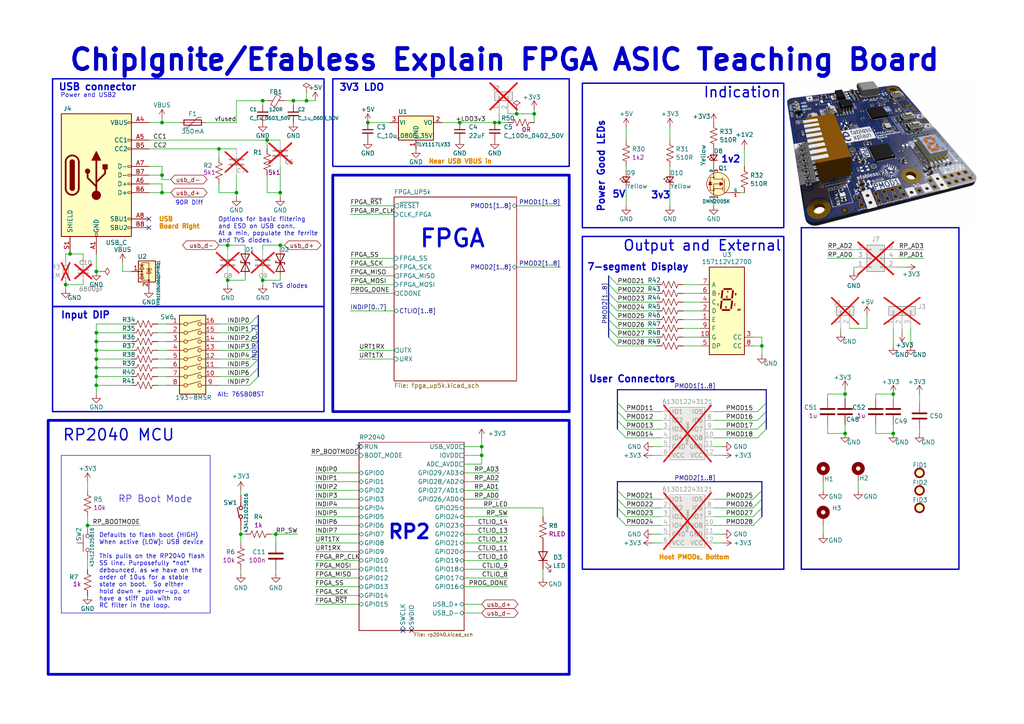
<source format=kicad_sch>
(kicad_sch (version 20250114) (generator "eeschema") (generator_version "9.0")
  (paper "A4")
  (title_block (title "ChipIgnite Explain") (date "2025-02-21") (rev "1.1") (company "Psychogenic Technologies for efabless") (comment 1 "(C) 2024-2025 Pat Deegan"))
  (rectangle (start 13.97 121.92) (end 165.1 195.58) (stroke (width 0.8)))
  (rectangle (start 232.41 66.04) (end 278.13 165.1) (stroke (width 0.4)))
  (rectangle (start 168.91 68.58) (end 227.33 165.1) (stroke (width 0.4)))
  (rectangle (start 17.78 132.08) (end 60.96 177.8))
  (rectangle (start 96.52 50.8) (end 165.1 119.38) (stroke (width 0.8)))
  (rectangle (start 15.24 22.86) (end 93.98 88.9) (stroke (width 0.4)))
  (rectangle (start 96.52 22.86) (end 165.1 48.26) (stroke (width 0.4)))
  (rectangle (start 168.91 24.13) (end 227.33 66.04) (stroke (width 0.4)))
  (rectangle (start 15.24 88.9) (end 93.98 119.38) (stroke (width 0.4)))
  (text "7-segment Display" (at 170.18 78.74 0) (effects (font (size 2 2) (thickness 0.4) (bold yes)) (justify left bottom)))
  (text "3v3" (at 194.564 57.912 0) (effects (font (size 2 2) (thickness 0.4) (bold yes)) (justify right bottom)))
  (text "Near USB VBUS in" (at 124.206 46.99 0) (effects (font (size 1.3 1.3) (thickness 0.6) (bold yes)) (justify left)))
  (text "TVS diodes" (at 78.74 83.82 0) (effects (font (size 1.27 1.27)) (justify left bottom)))
  (text "RP Boot Mode" (at 55.88 146.05 0) (effects (font (size 2 2)) (justify right bottom)))
  (text "Output and External" (at 226.822 73.152 0) (effects (font (size 3 3) (thickness 0.4) (bold yes)) (justify right bottom)))
  (text "Options for basic filtering \nand ESD on USB conn.\nAt a min, populate the ferrite \nand TVS diodes." (at 63.246 70.612 0) (effects (font (size 1.27 1.27)) (justify left bottom)))
  (text "Defaults to flash boot (HIGH)\nWhen active (LOW): USB device\n\nThis pulls on the RP2040 flash\nSS line. Purposefully *not* \ndebounced, as we have on the\norder of 10us for a stable \nstate on boot.  So either\nhold down + power-up, or \nhave a stiff pull with no\nRC filter in the loop." (at 28.702 176.53 0) (effects (font (size 1.27 1.27)) (justify left bottom)))
  (text "Indication" (at 226.568 28.702 0) (effects (font (size 3 3) (thickness 0.4) (bold yes)) (justify right bottom)))
  (text "1v2" (at 214.884 47.498 0) (effects (font (size 2 2) (thickness 0.4) (bold yes)) (justify right bottom)))
  (text "5V" (at 181.61 57.658 0) (effects (font (size 2 2) (thickness 0.4) (bold yes)) (justify right bottom)))
  (text "Power and USB2" (at 17.526 28.448 0) (effects (font (size 1.27 1.27)) (justify left bottom)))
  (text "3V3 LDO" (at 98.298 26.67 0) (effects (font (size 2 2) (thickness 0.4) (bold yes)) (justify left bottom)))
  (text "USB connector" (at 16.891 26.543 0) (effects (font (size 2 2) (thickness 0.4) (bold yes)) (justify left bottom)))
  (text "Power Good LEDs" (at 175.514 61.722 90) (effects (font (size 2 2) (thickness 0.4) (bold yes)) (justify left bottom)))
  (text "90R Diff" (at 50.8 59.69 0) (effects (font (size 1.27 1.27)) (justify left bottom)))
  (text "Input DIP" (at 17.526 92.71 0) (effects (font (size 2 2) (thickness 0.4) (bold yes)) (justify left bottom)))
  (text "RP2" (at 112.268 154.432 0) (effects (font (size 4 4) (thickness 0.8) (bold yes)) (justify left)))
  (text "ChipIgnite/Efabless Explain FPGA ASIC Teaching Board" (at 146.304 17.526 0) (effects (font (size 6 6) (thickness 1.2) (bold yes))))
  (text "Host PMODs, Bottom" (at 191.008 161.798 0) (effects (font (size 1.3 1.3) (thickness 0.6) (bold yes)) (justify left)))
  (text "USB\nBoard Right" (at 45.974 64.77 0) (effects (font (size 1.3 1.3) (thickness 0.6) (bold yes)) (justify left)))
  (text "Alt: 76SB08ST" (at 62.992 115.316 0) (effects (font (size 1.27 1.27)) (justify left bottom)))
  (text "User Connectors" (at 170.688 111.252 0) (effects (font (size 2 2) (thickness 0.4) (bold yes)) (justify left bottom)))
  (text "RP2040 MCU" (at 18.034 128.27 0) (effects (font (size 3.3 3.3) (thickness 0.4) (bold yes)) (justify left bottom)))
  (text "FPGA" (at 121.412 69.342 0) (effects (font (size 5 5) (thickness 0.8) (bold yes)) (justify left)))
  (junction (at 139.7 129.54))
  (junction (at 27.94 96.52))
  (junction (at 259.08 125.73))
  (junction (at 66.04 71.12))
  (junction (at 69.85 154.94))
  (junction (at 143.51 35.56))
  (junction (at 68.58 55.88))
  (junction (at 27.94 106.68))
  (junction (at 27.94 99.06))
  (junction (at 80.01 154.94))
  (junction (at 154.94 33.02))
  (junction (at 27.94 109.22))
  (junction (at 259.08 114.3))
  (junction (at 220.98 100.33))
  (junction (at 81.28 71.12))
  (junction (at 85.09 29.21))
  (junction (at 76.2 81.28))
  (junction (at 46.99 55.88))
  (junction (at 76.2 29.21))
  (junction (at 66.04 81.28))
  (junction (at 245.11 114.3))
  (junction (at 27.94 104.14))
  (junction (at 25.4 152.4))
  (junction (at 81.28 55.88))
  (junction (at 245.11 125.73))
  (junction (at 144.78 35.56))
  (junction (at 46.99 50.8))
  (junction (at 88.9 29.21))
  (junction (at 77.47 40.64))
  (junction (at 46.99 35.56))
  (junction (at 106.68 35.56))
  (junction (at 149.86 33.02))
  (junction (at 19.05 82.55))
  (junction (at 27.94 78.74))
  (junction (at 139.7 132.08))
  (junction (at 20.32 73.66))
  (junction (at 27.94 111.76))
  (junction (at 63.5 43.18))
  (junction (at 133.35 35.56))
  (junction (at 27.94 101.6))
  (no_connect (at 43.18 66.04))
  (no_connect (at 119.38 182.88))
  (no_connect (at 116.84 182.88))
  (no_connect (at 43.18 63.5))
  (no_connect (at 104.14 129.54))
  (bus_entry (at 176.53 90.17) (size 2.54 2.54))
  (bus_entry (at 72.39 109.22) (size 2.54 -2.54))
  (bus_entry (at 218.44 144.78) (size 2.54 -2.54))
  (bus_entry (at 218.44 147.32) (size 2.54 -2.54))
  (bus_entry (at 179.07 142.24) (size 2.54 2.54))
  (bus_entry (at 219.71 119.38) (size 2.54 -2.54))
  (bus_entry (at 176.53 87.63) (size 2.54 2.54))
  (bus_entry (at 218.44 149.86) (size 2.54 -2.54))
  (bus_entry (at 219.71 127) (size 2.54 -2.54))
  (bus_entry (at 179.07 144.78) (size 2.54 2.54))
  (bus_entry (at 72.39 99.06) (size 2.54 -2.54))
  (bus_entry (at 218.44 152.4) (size 2.54 -2.54))
  (bus_entry (at 72.39 104.14) (size 2.54 -2.54))
  (bus_entry (at 72.39 106.68) (size 2.54 -2.54))
  (bus_entry (at 219.71 121.92) (size 2.54 -2.54))
  (bus_entry (at 176.53 80.01) (size 2.54 2.54))
  (bus_entry (at 176.53 82.55) (size 2.54 2.54))
  (bus_entry (at 179.07 149.86) (size 2.54 2.54))
  (bus_entry (at 176.53 95.25) (size 2.54 2.54))
  (bus_entry (at 176.53 92.71) (size 2.54 2.54))
  (bus_entry (at 179.07 147.32) (size 2.54 2.54))
  (bus_entry (at 72.39 111.76) (size 2.54 -2.54))
  (bus_entry (at 179.07 116.84) (size 2.54 2.54))
  (bus_entry (at 176.53 97.79) (size 2.54 2.54))
  (bus_entry (at 72.39 101.6) (size 2.54 -2.54))
  (bus_entry (at 72.39 96.52) (size 2.54 -2.54))
  (bus_entry (at 176.53 85.09) (size 2.54 2.54))
  (bus_entry (at 219.71 124.46) (size 2.54 -2.54))
  (bus_entry (at 179.07 119.38) (size 2.54 2.54))
  (bus_entry (at 179.07 124.46) (size 2.54 2.54))
  (bus_entry (at 179.07 121.92) (size 2.54 2.54))
  (bus_entry (at 72.39 93.98) (size 2.54 -2.54))
  (wire (pts (xy 69.85 153.67) (xy 69.85 154.94)))
  (bus (pts (xy 220.98 142.24) (xy 220.98 144.78)))
  (wire (pts (xy 240.03 123.19) (xy 240.03 125.73)))
  (wire (pts (xy 27.94 104.14) (xy 27.94 101.6)))
  (wire (pts (xy 27.94 106.68) (xy 38.1 106.68)))
  (wire (pts (xy 247.65 77.47) (xy 247.65 78.74)))
  (wire (pts (xy 68.58 55.88) (xy 68.58 57.15)))
  (wire (pts (xy 149.86 31.75) (xy 149.86 33.02)))
  (wire (pts (xy 181.61 152.4) (xy 191.77 152.4)))
  (bus (pts (xy 179.07 139.7) (xy 220.98 139.7)))
  (wire (pts (xy 215.9 55.88) (xy 214.63 55.88)))
  (wire (pts (xy 139.7 132.08) (xy 139.7 134.62)))
  (wire (pts (xy 27.94 99.06) (xy 38.1 99.06)))
  (wire (pts (xy 181.61 127) (xy 191.77 127)))
  (wire (pts (xy 207.01 144.78) (xy 218.44 144.78)))
  (wire (pts (xy 69.85 165.1) (xy 69.85 166.37)))
  (wire (pts (xy 46.99 55.88) (xy 49.53 55.88)))
  (wire (pts (xy 81.28 80.01) (xy 81.28 81.28)))
  (wire (pts (xy 147.32 154.94) (xy 134.62 154.94)))
  (wire (pts (xy 71.12 80.01) (xy 71.12 81.28)))
  (wire (pts (xy 45.72 111.76) (xy 48.26 111.76)))
  (wire (pts (xy 207.01 121.92) (xy 219.71 121.92)))
  (wire (pts (xy 147.32 165.1) (xy 134.62 165.1)))
  (wire (pts (xy 91.44 147.32) (xy 104.14 147.32)))
  (wire (pts (xy 91.44 152.4) (xy 104.14 152.4)))
  (wire (pts (xy 189.23 132.08) (xy 191.77 132.08)))
  (bus (pts (xy 74.93 99.06) (xy 74.93 101.6)))
  (wire (pts (xy 24.13 81.28) (xy 24.13 82.55)))
  (wire (pts (xy 91.44 157.48) (xy 104.14 157.48)))
  (bus (pts (xy 176.53 90.17) (xy 176.53 92.71)))
  (wire (pts (xy 179.07 87.63) (xy 190.5 87.63)))
  (wire (pts (xy 27.94 101.6) (xy 38.1 101.6)))
  (bus (pts (xy 179.07 113.03) (xy 222.25 113.03)))
  (bus (pts (xy 179.07 119.38) (xy 179.07 116.84)))
  (wire (pts (xy 20.32 73.66) (xy 24.13 73.66)))
  (wire (pts (xy 133.35 35.56) (xy 143.51 35.56)))
  (wire (pts (xy 240.03 125.73) (xy 245.11 125.73)))
  (wire (pts (xy 27.94 114.3) (xy 27.94 111.76)))
  (wire (pts (xy 179.07 90.17) (xy 190.5 90.17)))
  (wire (pts (xy 43.18 53.34) (xy 46.99 53.34)))
  (bus (pts (xy 179.07 147.32) (xy 179.07 144.78)))
  (wire (pts (xy 85.09 29.21) (xy 88.9 29.21)))
  (wire (pts (xy 27.94 111.76) (xy 27.94 109.22)))
  (wire (pts (xy 46.99 35.56) (xy 52.07 35.56)))
  (wire (pts (xy 134.62 147.32) (xy 157.48 147.32)))
  (wire (pts (xy 101.6 59.69) (xy 114.3 59.69)))
  (wire (pts (xy 63.5 106.68) (xy 72.39 106.68)))
  (wire (pts (xy 91.44 162.56) (xy 104.14 162.56)))
  (wire (pts (xy 101.6 82.55) (xy 114.3 82.55)))
  (wire (pts (xy 207.01 129.54) (xy 209.55 129.54)))
  (wire (pts (xy 240.03 72.39) (xy 247.65 72.39)))
  (wire (pts (xy 63.5 111.76) (xy 72.39 111.76)))
  (wire (pts (xy 147.32 162.56) (xy 134.62 162.56)))
  (wire (pts (xy 82.55 29.21) (xy 85.09 29.21)))
  (wire (pts (xy 134.62 177.8) (xy 139.7 177.8)))
  (wire (pts (xy 91.44 165.1) (xy 104.14 165.1)))
  (wire (pts (xy 181.61 119.38) (xy 191.77 119.38)))
  (bus (pts (xy 176.53 80.01) (xy 176.53 82.55)))
  (wire (pts (xy 19.05 73.66) (xy 19.05 76.2)))
  (wire (pts (xy 139.7 127) (xy 139.7 129.54)))
  (wire (pts (xy 259.08 114.3) (xy 259.08 115.57)))
  (wire (pts (xy 238.76 152.4) (xy 238.76 154.94)))
  (wire (pts (xy 46.99 55.88) (xy 46.99 53.34)))
  (wire (pts (xy 27.94 101.6) (xy 27.94 99.06)))
  (wire (pts (xy 77.47 55.88) (xy 81.28 55.88)))
  (wire (pts (xy 259.08 123.19) (xy 259.08 125.73)))
  (wire (pts (xy 207.01 132.08) (xy 209.55 132.08)))
  (wire (pts (xy 198.12 92.71) (xy 203.2 92.71)))
  (wire (pts (xy 27.94 78.74) (xy 29.21 78.74)))
  (wire (pts (xy 77.47 40.64) (xy 77.47 43.18)))
  (wire (pts (xy 71.12 71.12) (xy 71.12 72.39)))
  (bus (pts (xy 179.07 124.46) (xy 179.07 121.92)))
  (wire (pts (xy 25.4 139.7) (xy 25.4 142.24)))
  (wire (pts (xy 27.94 96.52) (xy 27.94 93.98)))
  (wire (pts (xy 66.04 81.28) (xy 66.04 82.55)))
  (wire (pts (xy 134.62 142.24) (xy 144.78 142.24)))
  (wire (pts (xy 260.35 72.39) (xy 267.97 72.39)))
  (bus (pts (xy 222.25 119.38) (xy 222.25 121.92)))
  (wire (pts (xy 218.44 97.79) (xy 220.98 97.79)))
  (wire (pts (xy 91.44 154.94) (xy 104.14 154.94)))
  (wire (pts (xy 63.5 101.6) (xy 72.39 101.6)))
  (wire (pts (xy 69.85 154.94) (xy 71.12 154.94)))
  (wire (pts (xy 81.28 55.88) (xy 81.28 57.15)))
  (wire (pts (xy 45.72 106.68) (xy 48.26 106.68)))
  (wire (pts (xy 147.32 33.02) (xy 149.86 33.02)))
  (wire (pts (xy 220.98 97.79) (xy 220.98 100.33)))
  (wire (pts (xy 19.05 81.28) (xy 19.05 82.55)))
  (wire (pts (xy 134.62 132.08) (xy 139.7 132.08)))
  (wire (pts (xy 101.6 80.01) (xy 114.3 80.01)))
  (wire (pts (xy 218.44 100.33) (xy 220.98 100.33)))
  (wire (pts (xy 19.05 82.55) (xy 19.05 83.82)))
  (wire (pts (xy 63.5 109.22) (xy 72.39 109.22)))
  (wire (pts (xy 134.62 175.26) (xy 139.7 175.26)))
  (wire (pts (xy 154.94 33.02) (xy 154.94 31.75)))
  (bus (pts (xy 176.53 87.63) (xy 176.53 90.17)))
  (wire (pts (xy 139.7 129.54) (xy 139.7 132.08)))
  (wire (pts (xy 240.03 74.93) (xy 247.65 74.93)))
  (wire (pts (xy 101.6 62.23) (xy 114.3 62.23)))
  (wire (pts (xy 162.56 59.69) (xy 149.86 59.69)))
  (wire (pts (xy 147.32 160.02) (xy 134.62 160.02)))
  (wire (pts (xy 63.5 96.52) (xy 72.39 96.52)))
  (wire (pts (xy 157.48 165.1) (xy 157.48 167.64)))
  (wire (pts (xy 254 125.73) (xy 259.08 125.73)))
  (wire (pts (xy 220.98 100.33) (xy 220.98 102.87)))
  (wire (pts (xy 91.44 175.26) (xy 104.14 175.26)))
  (wire (pts (xy 101.6 77.47) (xy 114.3 77.47)))
  (wire (pts (xy 144.78 33.02) (xy 144.78 35.56)))
  (wire (pts (xy 76.2 81.28) (xy 76.2 82.55)))
  (wire (pts (xy 254 123.19) (xy 254 125.73)))
  (wire (pts (xy 85.09 29.21) (xy 85.09 30.48)))
  (bus (pts (xy 74.93 106.68) (xy 74.93 109.22)))
  (wire (pts (xy 198.12 97.79) (xy 203.2 97.79)))
  (wire (pts (xy 260.35 77.47) (xy 262.89 77.47)))
  (wire (pts (xy 46.99 52.07) (xy 46.99 50.8)))
  (wire (pts (xy 45.72 93.98) (xy 48.26 93.98)))
  (wire (pts (xy 25.4 162.56) (xy 25.4 165.1)))
  (wire (pts (xy 76.2 71.12) (xy 81.28 71.12)))
  (wire (pts (xy 43.18 55.88) (xy 46.99 55.88)))
  (wire (pts (xy 198.12 87.63) (xy 203.2 87.63)))
  (wire (pts (xy 46.99 34.29) (xy 46.99 35.56)))
  (wire (pts (xy 134.62 139.7) (xy 144.78 139.7)))
  (wire (pts (xy 128.27 35.56) (xy 133.35 35.56)))
  (wire (pts (xy 181.61 48.26) (xy 181.61 49.53)))
  (bus (pts (xy 176.53 85.09) (xy 176.53 87.63)))
  (wire (pts (xy 25.4 149.86) (xy 25.4 152.4)))
  (wire (pts (xy 76.2 29.21) (xy 76.2 30.48)))
  (bus (pts (xy 74.93 93.98) (xy 74.93 96.52)))
  (bus (pts (xy 176.53 82.55) (xy 176.53 85.09)))
  (wire (pts (xy 154.94 33.02) (xy 154.94 35.56)))
  (wire (pts (xy 181.61 149.86) (xy 191.77 149.86)))
  (wire (pts (xy 46.99 48.26) (xy 46.99 50.8)))
  (wire (pts (xy 240.03 114.3) (xy 245.11 114.3)))
  (wire (pts (xy 207.01 147.32) (xy 218.44 147.32)))
  (wire (pts (xy 77.47 50.8) (xy 77.47 55.88)))
  (wire (pts (xy 91.44 139.7) (xy 104.14 139.7)))
  (wire (pts (xy 147.32 152.4) (xy 134.62 152.4)))
  (bus (pts (xy 220.98 144.78) (xy 220.98 147.32)))
  (wire (pts (xy 91.44 160.02) (xy 104.14 160.02)))
  (wire (pts (xy 104.14 104.14) (xy 114.3 104.14)))
  (wire (pts (xy 245.11 113.03) (xy 245.11 114.3)))
  (bus (pts (xy 176.53 95.25) (xy 176.53 97.79)))
  (wire (pts (xy 43.18 35.56) (xy 46.99 35.56)))
  (wire (pts (xy 63.5 43.18) (xy 63.5 45.72)))
  (wire (pts (xy 101.6 90.17) (xy 114.3 90.17)))
  (bus (pts (xy 220.98 147.32) (xy 220.98 149.86)))
  (wire (pts (xy 207.01 124.46) (xy 219.71 124.46)))
  (wire (pts (xy 66.04 71.12) (xy 71.12 71.12)))
  (wire (pts (xy 76.2 71.12) (xy 76.2 72.39)))
  (wire (pts (xy 27.94 104.14) (xy 38.1 104.14)))
  (wire (pts (xy 63.5 93.98) (xy 72.39 93.98)))
  (wire (pts (xy 198.12 85.09) (xy 203.2 85.09)))
  (wire (pts (xy 63.5 55.88) (xy 68.58 55.88)))
  (bus (pts (xy 179.07 116.84) (xy 179.07 113.03)))
  (bus (pts (xy 179.07 142.24) (xy 179.07 139.7)))
  (wire (pts (xy 157.48 147.32) (xy 157.48 149.86)))
  (wire (pts (xy 43.18 50.8) (xy 46.99 50.8)))
  (wire (pts (xy 68.58 29.21) (xy 76.2 29.21)))
  (wire (pts (xy 162.56 77.47) (xy 149.86 77.47)))
  (wire (pts (xy 194.31 36.83) (xy 194.31 40.64)))
  (wire (pts (xy 134.62 144.78) (xy 144.78 144.78)))
  (wire (pts (xy 63.5 104.14) (xy 72.39 104.14)))
  (wire (pts (xy 261.62 95.25) (xy 261.62 96.52)))
  (wire (pts (xy 238.76 139.7) (xy 238.76 142.24)))
  (wire (pts (xy 101.6 85.09) (xy 114.3 85.09)))
  (bus (pts (xy 179.07 144.78) (xy 179.07 142.24)))
  (wire (pts (xy 80.01 154.94) (xy 80.01 157.48)))
  (wire (pts (xy 63.5 53.34) (xy 63.5 55.88)))
  (wire (pts (xy 68.58 35.56) (xy 59.69 35.56)))
  (wire (pts (xy 215.9 43.18) (xy 215.9 48.26)))
  (wire (pts (xy 134.62 137.16) (xy 144.78 137.16)))
  (wire (pts (xy 63.5 43.18) (xy 68.58 43.18)))
  (wire (pts (xy 63.5 71.12) (xy 66.04 71.12)))
  (wire (pts (xy 194.31 59.69) (xy 194.31 54.61)))
  (bus (pts (xy 222.25 116.84) (xy 222.25 119.38)))
  (wire (pts (xy 181.61 36.83) (xy 181.61 40.64)))
  (wire (pts (xy 68.58 29.21) (xy 68.58 35.56)))
  (wire (pts (xy 266.7 124.46) (xy 266.7 125.73)))
  (wire (pts (xy 66.04 71.12) (xy 66.04 72.39)))
  (wire (pts (xy 240.03 115.57) (xy 240.03 114.3)))
  (wire (pts (xy 147.32 167.64) (xy 134.62 167.64)))
  (wire (pts (xy 207.01 127) (xy 219.71 127)))
  (wire (pts (xy 106.68 35.56) (xy 113.03 35.56)))
  (wire (pts (xy 27.94 109.22) (xy 38.1 109.22)))
  (wire (pts (xy 81.28 48.26) (xy 81.28 55.88)))
  (wire (pts (xy 179.07 100.33) (xy 190.5 100.33)))
  (wire (pts (xy 81.28 71.12) (xy 81.28 72.39)))
  (wire (pts (xy 76.2 29.21) (xy 77.47 29.21)))
  (wire (pts (xy 207.01 149.86) (xy 218.44 149.86)))
  (wire (pts (xy 139.7 134.62) (xy 134.62 134.62)))
  (bus (pts (xy 220.98 139.7) (xy 220.98 142.24)))
  (wire (pts (xy 104.14 101.6) (xy 114.3 101.6)))
  (wire (pts (xy 179.07 82.55) (xy 190.5 82.55)))
  (wire (pts (xy 198.12 95.25) (xy 203.2 95.25)))
  (wire (pts (xy 189.23 154.94) (xy 191.77 154.94)))
  (wire (pts (xy 35.56 76.2) (xy 35.56 78.74)))
  (wire (pts (xy 27.94 96.52) (xy 38.1 96.52)))
  (wire (pts (xy 66.04 80.01) (xy 66.04 81.28)))
  (wire (pts (xy 77.47 40.64) (xy 81.28 40.64)))
  (wire (pts (xy 80.01 165.1) (xy 80.01 166.37)))
  (bus (pts (xy 222.25 113.03) (xy 222.25 116.84)))
  (wire (pts (xy 91.44 167.64) (xy 104.14 167.64)))
  (wire (pts (xy 76.2 81.28) (xy 81.28 81.28)))
  (bus (pts (xy 74.93 96.52) (xy 74.93 99.06)))
  (bus (pts (xy 179.07 149.86) (xy 179.07 147.32)))
  (wire (pts (xy 24.13 73.66) (xy 24.13 76.2)))
  (wire (pts (xy 179.07 92.71) (xy 190.5 92.71)))
  (wire (pts (xy 24.13 82.55) (xy 19.05 82.55)))
  (wire (pts (xy 69.85 142.24) (xy 69.85 143.51)))
  (wire (pts (xy 189.23 129.54) (xy 191.77 129.54)))
  (wire (pts (xy 207.01 157.48) (xy 209.55 157.48)))
  (wire (pts (xy 189.23 157.48) (xy 191.77 157.48)))
  (wire (pts (xy 259.08 95.25) (xy 259.08 100.33)))
  (wire (pts (xy 181.61 124.46) (xy 191.77 124.46)))
  (wire (pts (xy 181.61 144.78) (xy 191.77 144.78)))
  (wire (pts (xy 90.17 132.08) (xy 104.14 132.08)))
  (bus (pts (xy 74.93 91.44) (xy 74.93 93.98)))
  (wire (pts (xy 243.84 95.25) (xy 243.84 96.52)))
  (wire (pts (xy 254 114.3) (xy 259.08 114.3)))
  (wire (pts (xy 194.31 48.26) (xy 194.31 49.53)))
  (wire (pts (xy 254 115.57) (xy 254 114.3)))
  (wire (pts (xy 43.18 40.64) (xy 77.47 40.64)))
  (wire (pts (xy 91.44 144.78) (xy 104.14 144.78)))
  (wire (pts (xy 43.18 48.26) (xy 46.99 48.26)))
  (wire (pts (xy 91.44 170.18) (xy 104.14 170.18)))
  (wire (pts (xy 207.01 152.4) (xy 218.44 152.4)))
  (wire (pts (xy 45.72 96.52) (xy 48.26 96.52)))
  (wire (pts (xy 27.94 111.76) (xy 38.1 111.76)))
  (wire (pts (xy 198.12 82.55) (xy 203.2 82.55)))
  (wire (pts (xy 179.07 95.25) (xy 190.5 95.25)))
  (wire (pts (xy 181.61 121.92) (xy 191.77 121.92)))
  (bus (pts (xy 74.93 104.14) (xy 74.93 106.68)))
  (wire (pts (xy 19.05 73.66) (xy 20.32 73.66)))
  (wire (pts (xy 81.28 71.12) (xy 82.55 71.12)))
  (wire (pts (xy 179.07 97.79) (xy 190.5 97.79)))
  (wire (pts (xy 207.01 119.38) (xy 219.71 119.38)))
  (wire (pts (xy 198.12 100.33) (xy 203.2 100.33)))
  (wire (pts (xy 144.78 35.56) (xy 143.51 35.56)))
  (wire (pts (xy 68.58 55.88) (xy 68.58 50.8)))
  (wire (pts (xy 45.72 104.14) (xy 48.26 104.14)))
  (wire (pts (xy 181.61 147.32) (xy 191.77 147.32)))
  (wire (pts (xy 207.01 58.42) (xy 207.01 59.69)))
  (wire (pts (xy 179.07 85.09) (xy 190.5 85.09)))
  (wire (pts (xy 147.32 157.48) (xy 134.62 157.48)))
  (wire (pts (xy 69.85 154.94) (xy 69.85 157.48)))
  (wire (pts (xy 181.61 59.69) (xy 181.61 54.61)))
  (wire (pts (xy 45.72 101.6) (xy 48.26 101.6)))
  (wire (pts (xy 149.86 33.02) (xy 154.94 33.02)))
  (wire (pts (xy 45.72 99.06) (xy 48.26 99.06)))
  (wire (pts (xy 260.35 74.93) (xy 267.97 74.93)))
  (wire (pts (xy 76.2 80.01) (xy 76.2 81.28)))
  (wire (pts (xy 198.12 90.17) (xy 203.2 90.17)))
  (wire (pts (xy 91.44 172.72) (xy 104.14 172.72)))
  (wire (pts (xy 66.04 81.28) (xy 71.12 81.28)))
  (wire (pts (xy 245.11 123.19) (xy 245.11 125.73)))
  (wire (pts (xy 134.62 170.18) (xy 147.32 170.18)))
  (wire (pts (xy 88.9 26.67) (xy 88.9 29.21)))
  (wire (pts (xy 264.16 95.25) (xy 264.16 100.33)))
  (wire (pts (xy 245.11 114.3) (xy 245.11 115.57)))
  (wire (pts (xy 27.94 73.66) (xy 27.94 78.74)))
  (wire (pts (xy 147.32 149.86) (xy 134.62 149.86)))
  (wire (pts (xy 134.62 129.54) (xy 139.7 129.54)))
  (wire (pts (xy 27.94 106.68) (xy 27.94 104.14)))
  (bus (pts (xy 179.07 121.92) (xy 179.07 119.38)))
  (wire (pts (xy 45.72 109.22) (xy 48.26 109.22)))
  (wire (pts (xy 101.6 74.93) (xy 114.3 74.93)))
  (wire (pts (xy 251.46 91.44) (xy 251.46 95.25)))
  (wire (pts (xy 27.94 109.22) (xy 27.94 106.68)))
  (wire (pts (xy 25.4 152.4) (xy 40.64 152.4)))
  (wire (pts (xy 266.7 114.3) (xy 266.7 116.84)))
  (bus (pts (xy 222.25 121.92) (xy 222.25 124.46)))
  (wire (pts (xy 27.94 93.98) (xy 38.1 93.98)))
  (wire (pts (xy 251.46 95.25) (xy 246.38 95.25)))
  (wire (pts (xy 78.74 154.94) (xy 80.01 154.94)))
  (wire (pts (xy 207.01 154.94) (xy 209.55 154.94)))
  (wire (pts (xy 46.99 52.07) (xy 49.53 52.07)))
  (wire (pts (xy 144.78 35.56) (xy 147.32 35.56)))
  (wire (pts (xy 91.44 149.86) (xy 104.14 149.86)))
  (bus (pts (xy 74.93 101.6) (xy 74.93 104.14)))
  (wire (pts (xy 91.44 142.24) (xy 104.14 142.24)))
  (wire (pts (xy 63.5 99.06) (xy 72.39 99.06)))
  (wire (pts (xy 91.44 137.16) (xy 104.14 137.16)))
  (wire (pts (xy 35.56 78.74) (xy 38.1 78.74)))
  (wire (pts (xy 248.92 139.7) (xy 248.92 142.24)))
  (wire (pts (xy 80.01 154.94) (xy 86.36 154.94)))
  (wire (pts (xy 43.18 43.18) (xy 63.5 43.18)))
  (wire (pts (xy 88.9 29.21) (xy 91.44 29.21)))
  (bus (pts (xy 176.53 92.71) (xy 176.53 95.25)))
  (wire (pts (xy 27.94 99.06) (xy 27.94 96.52)))
  (image (at 255.27 44.45) (scale 0.528819))
  (label "PMOD1[1..8]" (at 195.58 113.03 0))
  (label "CC1" (at 44.45 40.64 0))
  (label "vfused" (at 62.23 35.56 0))
  (label "PMOD21" (at 181.61 144.78 0))
  (label "PROG_DONE" (at 147.32 170.18 180))
  (label "PMOD27" (at 179.07 97.79 0))
  (label "INDIP2" (at 72.39 99.06 180))
  (label "FPGA_MOSI" (at 101.6 82.55 0))
  (label "RP_AD0" (at 240.03 74.93 0))
  (label "RP_BOOTMODE" (at 90.17 132.08 0))
  (label "FPGA_SS" (at 91.44 170.18 0))
  (label "INDIP0" (at 91.44 137.16 0))
  (label "INDIP2" (at 91.44 142.24 0))
  (label "CC2" (at 44.45 43.18 0))
  (label "PMOD25" (at 218.44 144.78 180))
  (label "PMOD23" (at 179.07 87.63 0))
  (label "FPGA_RP_CLK" (at 91.44 162.56 0))
  (label "PMOD23" (at 181.61 149.86 0))
  (label "INDIP5" (at 72.39 106.68 180))
  (label "PMOD28" (at 218.44 152.4 180))
  (label "PMOD2[1..8]" (at 162.56 77.47 180))
  (label "PMOD12" (at 181.61 121.92 0))
  (label "FPGA_SS" (at 101.6 74.93 0))
  (label "RP_AD2" (at 240.03 72.39 0))
  (label "CTLIO_11" (at 147.32 160.02 180))
  (label "PMOD21" (at 179.07 82.55 0))
  (label "RP_AD3" (at 144.78 137.16 180))
  (label "PMOD22" (at 181.61 147.32 0))
  (label "RP_LED" (at 147.32 147.32 180))
  (label "PMOD16" (at 218.44 121.92 180))
  (label "RP_AD3" (at 267.97 72.39 180))
  (label "CTLIO_13" (at 147.32 154.94 180))
  (label "INDIP4" (at 91.44 147.32 0))
  (label "CTLIO_14" (at 147.32 152.4 180))
  (label "PMOD25" (at 179.07 92.71 0))
  (label "URT1RX" (at 91.44 160.02 0))
  (label "INDIP6" (at 72.39 109.22 180))
  (label "INDIP1" (at 91.44 139.7 0))
  (label "INDIP[0..7]" (at 101.6 90.17 0))
  (label "FPGA_MISO" (at 101.6 80.01 0))
  (label "CTLIO_8" (at 147.32 167.64 180))
  (label "PMOD1[1..8]" (at 162.56 59.69 180))
  (label "RP_SW" (at 86.36 154.94 180))
  (label "FPGA_RP_CLK" (at 101.6 62.23 0))
  (label "INDIP0" (at 72.39 93.98 180))
  (label "FPGA_MOSI" (at 91.44 165.1 0))
  (label "+LDO3v3" (at 132.08 35.56 0))
  (label "INDIP3" (at 91.44 144.78 0))
  (label "FPGA_~{RST}" (at 101.6 59.69 0))
  (label "CTLIO_10" (at 147.32 162.56 180))
  (label "FPGA_SCK" (at 101.6 77.47 0))
  (label "URT1RX" (at 104.14 101.6 0))
  (label "FPGA_MISO" (at 91.44 167.64 0))
  (label "URT1TX" (at 104.14 104.14 0))
  (label "PMOD26" (at 218.44 147.32 180))
  (label "PMOD24" (at 181.61 152.4 0))
  (label "RP_AD1" (at 267.97 74.93 180))
  (label "PMOD22" (at 179.07 85.09 0))
  (label "PMOD28" (at 179.07 100.33 0))
  (label "PMOD27" (at 218.44 149.86 180))
  (label "INDIP7" (at 91.44 154.94 0))
  (label "PMOD2[1..8]" (at 176.53 93.98 90))
  (label "INDIP1" (at 72.39 96.52 180))
  (label "PMOD14" (at 181.61 127 0))
  (label "INDIP6" (at 91.44 152.4 0))
  (label "RP_SW" (at 147.32 149.86 180))
  (label "PMOD11" (at 181.61 119.38 0))
  (label "FPGA_SCK" (at 91.44 172.72 0))
  (label "PMOD26" (at 179.07 95.25 0))
  (label "URT1TX" (at 91.44 157.48 0))
  (label "PMOD17" (at 218.44 124.46 180))
  (label "PROG_DONE" (at 101.6 85.09 0))
  (label "CTLIO_12" (at 147.32 157.48 180))
  (label "INDIP4" (at 72.39 104.14 180))
  (label "RP_AD0" (at 144.78 144.78 180))
  (label "INDIP7" (at 72.39 111.76 180))
  (label "CTLIO_9" (at 147.32 165.1 180))
  (label "FPGA_~{RST}" (at 91.44 175.26 0))
  (label "RP_AD2" (at 144.78 139.7 180))
  (label "PMOD15" (at 218.44 119.38 180))
  (label "PMOD18" (at 218.44 127 180))
  (label "INDIP[0..7]" (at 74.93 93.98 270))
  (label "PMOD13" (at 181.61 124.46 0))
  (label "INDIP3" (at 72.39 101.6 180))
  (label "RP_BOOTMODE" (at 40.64 152.4 180))
  (label "INDIP5" (at 91.44 149.86 0))
  (label "RP_AD1" (at 144.78 142.24 180))
  (label "PMOD2[1..8]" (at 195.58 139.7 0))
  (label "PMOD24" (at 179.07 90.17 0))
  (global_label "usb_d-" (shape bidirectional) (at 139.7 177.8 0) (property "Intersheetrefs" "${INTERSHEET_REFS}" (effects (hide yes))))
  (global_label "usb_d+" (shape bidirectional) (at 82.55 71.12 0) (property "Intersheetrefs" "${INTERSHEET_REFS}" (effects (hide yes))))
  (global_label "usb_d+" (shape bidirectional) (at 49.53 55.88 0) (property "Intersheetrefs" "${INTERSHEET_REFS}" (effects (hide yes))))
  (global_label "usb_d-" (shape bidirectional) (at 63.5 71.12 180) (property "Intersheetrefs" "${INTERSHEET_REFS}" (effects (hide yes))))
  (global_label "usb_d-" (shape bidirectional) (at 49.53 52.07 0) (property "Intersheetrefs" "${INTERSHEET_REFS}" (effects (hide yes))))
  (global_label "usb_d+" (shape bidirectional) (at 139.7 175.26 0) (property "Intersheetrefs" "${INTERSHEET_REFS}" (effects (hide yes))))
  (symbol (lib_id "power:+3V3") (at 262.89 77.47 270) (unit 1)
    (property "Reference" "#PWR035" (effects (hide yes)))
    (property "Value" "+3V3" (at 261.62 79.502 90) (effects (justify left)))
  )
  (symbol (lib_id "psypassives:C_100n_0402_50V") (at 80.01 161.29 0) (unit 1)
    (property "Reference" "C11" (at 77.0891 160.0778 0) (effects (justify right)))
    (property "Value" "C_100n_0402_50V" (effects (hide yes)))
    (property "Footprint" "Capacitor_SMD:C_0402_1005Metric" (effects (hide yes)))
    (property "Description" "Unpolarized capacitor" (effects (hide yes)))
    (property "MPN" "GRM155R71H104KE14J" (effects (hide yes)))
    (property "DigikeyPN" "490-13342-1-ND" (effects (hide yes)))
    (property "Characteristics" "100n 10% 25V XR 0402" (effects (hide yes)))
    (property "MPN_ALT" "GRM155R71E104KE14J" (effects (hide yes)))
    (property "Display Value" "100n" (at 77.0891 162.5021 0) (effects (justify right)))
    (property "LCSC" "C100072" (effects (hide yes)))
    (property "Display_Value" "100n" (effects (hide yes)))
  )
  (symbol (lib_id "power:GND") (at 264.16 100.33 0) (unit 1)
    (property "Reference" "#PWR0128" (effects (hide yes)))
    (property "Value" "GND" (at 266.7 102.87 0))
  )
  (symbol (lib_id "psypassives:C_1u_0603_50V") (at 254 119.38 0) (unit 1)
    (property "Reference" "C52" (at 251.079 118.1678 0) (effects (justify right)))
    (property "Value" "C_1u_0603_50V" (effects (hide yes)))
    (property "Footprint" "Capacitor_SMD:C_0603_1608Metric" (effects (hide yes)))
    (property "Description" "Unpolarized capacitor" (effects (hide yes)))
    (property "MPN" "CL10A105KA8NNNC" (effects (hide yes)))
    (property "DigikeyPN" "490-12330-1-ND" (effects (hide yes)))
    (property "Display Value" "1u" (at 251.079 120.5921 0) (effects (justify right)))
    (property "Display_Value" "1u" (effects (hide yes)))
    (property "LCSC" "C5673" (effects (hide yes)))
    (property "Characteristics" "1u 10V XR 0603" (effects (hide yes)))
  )
  (symbol (lib_id "power:PWR_FLAG") (at 149.86 31.75 0) (unit 1)
    (property "Reference" "#FLG02" (effects (hide yes)))
    (property "Value" "PWR_FLAG" (effects (hide yes)))
  )
  (symbol (lib_id "Connector_Generic:Conn_02x03_Odd_Even") (at 252.73 74.93 0) (mirror x) (unit 1) (dnp yes)
    (property "Reference" "J7" (at 254 69.3999 0))
    (property "Value" "Conn_02x03_Odd_Even" (effects (hide yes)))
    (property "Footprint" "Connector_PinHeader_2.54mm:PinHeader_2x03_P2.54mm_Vertical" (effects (hide yes)))
    (property "Description" "Generic connector, double row, 02x03, odd/even pin numbering scheme (row 1 odd numbers, row 2 even numbers), script generated (kicad-library-utils/schlib/autogen/connector/)" (effects (hide yes)))
  )
  (symbol (lib_id "psypassives:R_5k1_0402_1") (at 77.47 48.26 0) (unit 1)
    (property "Reference" "R1" (at 73.406 44.196 0) (effects (justify left)))
    (property "Value" "R_5k1_0402" (effects (hide yes)))
    (property "Footprint" "Resistor_SMD:R_0402_1005Metric" (effects (hide yes)))
    (property "Description" "Resistor 1%, US symbol" (effects (hide yes)))
    (property "MPN" "CR0402-FX-5101GLF" (effects (hide yes)))
    (property "DigikeyPN" "CR0402-FX-5101GLFCT-ND" (effects (hide yes)))
    (property "Display Value" "5k1" (at 77.724 50.038 0) (effects (justify left)))
    (property "MPN_ALT" "RC0402FR-135K1L" (effects (hide yes)))
    (property "Display_Value" "5k1" (effects (hide yes)))
  )
  (symbol (lib_id "psypassives:R_5k1_0402_1") (at 63.5 50.8 0) (unit 1)
    (property "Reference" "R2" (at 58.928 48.006 0) (effects (justify left)))
    (property "Value" "R_5k1_0402" (effects (hide yes)))
    (property "Footprint" "Resistor_SMD:R_0402_1005Metric" (effects (hide yes)))
    (property "Description" "Resistor 1%, US symbol" (effects (hide yes)))
    (property "MPN" "CR0402-FX-5101GLF" (effects (hide yes)))
    (property "DigikeyPN" "CR0402-FX-5101GLFCT-ND" (effects (hide yes)))
    (property "Display Value" "5k1" (at 58.928 50.038 0) (effects (justify left)))
    (property "MPN_ALT" "RC0402FR-135K1L" (effects (hide yes)))
    (property "Display_Value" "5k1" (effects (hide yes)))
  )
  (symbol (lib_id "Device:R_US") (at 41.91 96.52 90) (unit 1)
    (property "Reference" "R35" (at 37.338 95.25 90))
    (property "Value" "510R" (effects (hide yes)))
    (property "Footprint" "Resistor_SMD:R_0402_1005Metric" (effects (hide yes)))
    (property "Description" "Resistor, US symbol" (effects (hide yes)))
  )
  (symbol (lib_id "Connector_Generic:Conn_01x02") (at 144.78 27.94 90) (unit 1) (dnp yes)
    (property "Reference" "J2" (at 145.034 25.654 90) (effects (justify left)))
    (property "Value" "Conn_01x02" (effects (hide yes)))
    (property "Footprint" "Connector_PinHeader_2.54mm:PinHeader_1x02_P2.54mm_Vertical_SMD_Pin1Right" (effects (hide yes)))
    (property "Datasheet" "https://cdn.amphenol-cs.com/media/wysiwyg/files/drawing/10129380.pdf" (effects (hide yes)))
    (property "MPN" "10129380-902001BLF" (effects (hide yes)))
    (property "MPN_ALT" "GEC02SABN-M30" (effects (hide yes)))
  )
  (symbol (lib_id "power:GND") (at 133.35 40.64 0) (unit 1)
    (property "Reference" "#PWR08" (effects (hide yes)))
    (property "Value" "GND" (at 133.35 44.45 0))
  )
  (symbol (lib_id "Device:R_Small") (at 19.05 78.74 0) (unit 1) (dnp yes)
    (property "Reference" "R3" (at 17.5514 77.5279 0) (effects (justify right)))
    (property "Value" "1M" (at 17.5514 79.9521 0) (effects (justify right)))
    (property "Footprint" "Resistor_SMD:R_0603_1608Metric" (effects (hide yes)))
    (property "LCSC" "C858907" (effects (hide yes)))
    (property "Characteristics" "1M 0603" (effects (hide yes)))
  )
  (symbol (lib_id "power:GND") (at 209.55 129.54 90) (unit 1)
    (property "Reference" "#PWR032" (effects (hide yes)))
    (property "Value" "GND" (at 212.725 129.54 90) (effects (justify right)))
  )
  (symbol (lib_id "Device:C_Small") (at 106.68 38.1 0) (unit 1)
    (property "Reference" "C3" (at 109.22 36.8362 0) (effects (justify left)))
    (property "Value" "C_10u_0805_35V" (at 109.22 39.3762 0) (effects (justify left)))
    (property "Footprint" "Capacitor_SMD:C_0805_2012Metric" (effects (hide yes)))
    (property "LCSC" "C408142" (effects (hide yes)))
    (property "MPN" "GRM21BR6YA106KE43L" (effects (hide yes)))
    (property "MPN_ALT" "LMK212AB7106MG-T" (effects (hide yes)))
    (property "Characteristics" "10u 10V XR 0805" (effects (hide yes)))
    (property "DigikeyPN" "490-10514-1-ND" (effects (hide yes)))
    (property "Display Value" "10u/35V" (effects (hide yes)))
    (property "Display_Value" "10u/35V" (effects (hide yes)))
  )
  (symbol (lib_id "Device:C_Small") (at 24.13 78.74 0) (unit 1) (dnp yes)
    (property "Reference" "C10" (at 22.86 76.2 0) (effects (justify left)))
    (property "Value" "6800pF" (at 22.86 83.82 0) (effects (justify left)))
    (property "Footprint" "Capacitor_SMD:C_0603_1608Metric" (effects (hide yes)))
    (property "DNP" "DNP" (effects (hide yes)))
  )
  (symbol (lib_id "power:GND") (at 181.61 59.69 0) (mirror y) (unit 1)
    (property "Reference" "#PWR0124" (effects (hide yes)))
    (property "Value" "GND" (at 181.61 63.5 0))
  )
  (symbol (lib_id "power:+3V3") (at 189.23 132.08 90) (unit 1)
    (property "Reference" "#PWR033" (effects (hide yes)))
    (property "Value" "+3V3" (at 186.055 132.08 90) (effects (justify left)))
  )
  (symbol (lib_id "psypassives:C_10u_0805_35V") (at 266.7 120.65 0) (unit 1)
    (property "Reference" "C50" (at 269.621 120.65 0) (effects (justify left)))
    (property "Value" "C_10u_0805_35V" (effects (hide yes)))
    (property "Footprint" "Capacitor_SMD:C_0805_2012Metric" (effects (hide yes)))
    (property "Description" "Unpolarized capacitor" (effects (hide yes)))
    (property "Sim.Pins" "1=1 2=2" (effects (hide yes)))
    (property "Sim.Device" "SPICE" (effects (hide yes)))
    (property "Sim.Params" "type=\"C\" model=\"10u\" lib=\"\"" (effects (hide yes)))
    (property "MPN" "GRM21BR6YA106KE43L" (effects (hide yes)))
    (property "DigikeyPN" "490-10514-1-ND" (effects (hide yes)))
    (property "Display Value" "10u/35V" (effects (hide yes)))
    (property "Display_Value" "10u/35V" (effects (hide yes)))
    (property "MPN_ALT" "LMK212AB7106MG-T" (effects (hide yes)))
    (property "LCSC" "C408142" (effects (hide yes)))
    (property "Characteristics" "10u 10V XR 0805" (effects (hide yes)))
  )
  (symbol (lib_id "Mechanical:Fiducial") (at 266.7 137.16 0) (unit 1) (exclude_from_sim yes) (in_bom no)
    (property "Reference" "FID1" (at 264.668 134.874 0) (effects (justify left)))
    (property "Value" "Fiducial" (effects (hide yes)))
    (property "Footprint" "Fiducial:Fiducial_1mm_Mask2mm" (effects (hide yes)))
    (property "Description" "Fiducial Marker" (effects (hide yes)))
  )
  (symbol (lib_id "power:+3V3") (at 25.4 139.7 0) (mirror y) (unit 1)
    (property "Reference" "#PWR041" (effects (hide yes)))
    (property "Value" "+3V3" (at 25.4 135.89 0))
  )
  (symbol (lib_id "power:GND") (at 66.04 82.55 0) (unit 1)
    (property "Reference" "#PWR027" (effects (hide yes)))
    (property "Value" "GND" (at 66.04 86.36 0))
  )
  (symbol (lib_id "Device:R_US") (at 194.31 97.79 90) (unit 1)
    (property "Reference" "R48" (at 189.738 96.52 90))
    (property "Value" "510R" (effects (hide yes)))
    (property "Footprint" "Resistor_SMD:R_0402_1005Metric" (effects (hide yes)))
    (property "Description" "Resistor, US symbol" (effects (hide yes)))
  )
  (symbol (lib_id "power:GND") (at 247.65 78.74 0) (unit 1)
    (property "Reference" "#PWR037" (effects (hide yes)))
    (property "Value" "GND" (at 247.65 82.8731 0))
  )
  (symbol (lib_id "Mechanical:Fiducial") (at 266.7 142.24 0) (unit 1) (exclude_from_sim yes) (in_bom no)
    (property "Reference" "FID2" (at 264.668 139.954 0) (effects (justify left)))
    (property "Value" "Fiducial" (effects (hide yes)))
    (property "Footprint" "Fiducial:Fiducial_1mm_Mask2mm" (effects (hide yes)))
    (property "Description" "Fiducial Marker" (effects (hide yes)))
  )
  (symbol (lib_id "power:+3V3") (at 209.55 132.08 270) (unit 1)
    (property "Reference" "#PWR034" (effects (hide yes)))
    (property "Value" "+3V3" (at 212.725 132.08 90) (effects (justify left)))
  )
  (symbol (lib_id "power:+5V") (at 181.61 36.83 0) (unit 1)
    (property "Reference" "#PWR0121" (effects (hide yes)))
    (property "Value" "+5V" (at 181.61 33.02 0))
  )
  (symbol (lib_id "power:GND") (at 220.98 102.87 0) (unit 1)
    (property "Reference" "#PWR0127" (effects (hide yes)))
    (property "Value" "GND" (at 223.52 105.41 0))
  )
  (symbol (lib_id "Display_Character:KCSC02-106") (at 210.82 90.17 0) (unit 1)
    (property "Reference" "U3" (at 210.82 73.89 0))
    (property "Value" "157112V12700" (at 210.82 75.938 0))
    (property "Footprint" "TinyTapeout:WL_S7DS-157112V12700" (effects (hide yes)))
    (property "Datasheet" "https://www.we-online.com/catalog/datasheet/157112V12700.pdf" (effects (hide yes)))
    (property "DigikeyPN" "732-157112V12700DKR-ND" (effects (hide yes)))
    (property "MPN" "157112V12700" (effects (hide yes)))
    (property "MPN_ALT" "GS3011CR-G" (effects (hide yes)))
    (property "Characteristics" "7 SEGMENT COMMON CATHODE" (effects (hide yes)))
    (property "LCSC" "C6976938" (effects (hide yes)))
  )
  (symbol (lib_id "power:GND") (at 27.94 78.74 0) (unit 1)
    (property "Reference" "#PWR026" (effects (hide yes)))
    (property "Value" "GND" (at 27.94 82.55 0))
  )
  (symbol (lib_id "power:GND") (at 19.05 83.82 0) (unit 1)
    (property "Reference" "#PWR029" (effects (hide yes)))
    (property "Value" "GND" (at 21.59 86.36 0))
  )
  (symbol (lib_id "power:+3V3") (at 154.94 31.75 0) (unit 1)
    (property "Reference" "#PWR02" (effects (hide yes)))
    (property "Value" "+3V3" (at 154.178 28.194 0))
  )
  (symbol (lib_id "Device:LED") (at 157.48 161.29 90) (unit 1)
    (property "Reference" "D3" (at 160.401 161.6653 90) (effects (justify right)))
    (property "Value" "LED" (at 160.401 164.0896 90) (effects (justify right)))
    (property "Footprint" "LED_SMD:LED_0603_1608Metric" (effects (hide yes)))
    (property "Description" "Light emitting diode" (effects (hide yes)))
    (property "Characteristics" "Red LED 0603" (effects (hide yes)))
  )
  (symbol (lib_id "Device:R_US") (at 194.31 90.17 90) (unit 1)
    (property "Reference" "R45" (at 189.738 88.9 90))
    (property "Value" "510R" (effects (hide yes)))
    (property "Footprint" "Resistor_SMD:R_0402_1005Metric" (effects (hide yes)))
    (property "Description" "Resistor, US symbol" (effects (hide yes)))
  )
  (symbol (lib_id "psychogenic:DMN2005K") (at 208.28 53.34 0) (mirror y) (unit 1)
    (property "Reference" "Q1" (at 211.074 48.768 0) (effects (justify left)))
    (property "Value" "DMN2005K" (at 211.836 58.42 0) (effects (font (size 1 1)) (justify left)))
    (property "Footprint" "Package_TO_SOT_SMD:SOT-23" (effects (hide yes)))
    (property "Datasheet" "https://www.diodes.com/assets/Datasheets/ds30734.pdf" (effects (hide yes)))
    (property "Description" "N-Channel 20 V 300mA (Ta) 350mW (Ta) Surface Mount SOT-23-3, VGSth 900mV, VGSmax 10V" (effects (hide yes)))
    (property "MPN" "DMN2005K-7" (effects (hide yes)))
    (property "DigikeyPN" "DMN2005K-7DICT-ND" (effects (hide yes)))
    (property "Characteristics" "N-ch MOSFET Vth < 1.5" (effects (hide yes)))
    (property "MPN_ALT" "SI2302DDS-T1-BE3" (effects (hide yes)))
    (property "LCSC" "C2891732" (effects (hide yes)))
  )
  (symbol (lib_id "psypassives:R_210k_0402") (at 157.48 153.67 0) (unit 1)
    (property "Reference" "R8" (at 159.131 152.4578 0) (effects (justify left)))
    (property "Value" "RLED" (effects (hide yes)))
    (property "Footprint" "Resistor_SMD:R_0402_1005Metric" (effects (hide yes)))
    (property "Description" "Resistor 1%, US symbol" (effects (hide yes)))
    (property "Display Value" "RLED" (at 159.131 154.8821 0) (effects (justify left)))
  )
  (symbol (lib_id "Connector_Generic:Conn_01x02") (at 243.84 90.17 90) (unit 1) (dnp yes)
    (property "Reference" "J1" (at 244.094 87.884 90) (effects (justify left)))
    (property "Value" "Conn_01x02" (effects (hide yes)))
    (property "Footprint" "Connector_PinHeader_2.54mm:PinHeader_1x02_P2.54mm_Vertical" (effects (hide yes)))
    (property "Datasheet" "https://cdn.amphenol-cs.com/media/wysiwyg/files/drawing/10129380.pdf" (effects (hide yes)))
  )
  (symbol (lib_id "power:GND") (at 238.76 142.24 0) (unit 1)
    (property "Reference" "#PWR047" (effects (hide yes)))
    (property "Value" "GND" (at 242.316 144.018 0))
    (property "Description" "Power symbol creates a global label with name \"GND\" , ground" (effects (hide yes)))
  )
  (symbol (lib_id "Device:C_Small") (at 76.2 33.02 0) (unit 1)
    (property "Reference" "C1" (at 72.39 31.75 0) (effects (font (size 1 1)) (justify left)))
    (property "Value" "C_1u_0603_50V" (at 72.39 34.29 0) (effects (font (size 1 1)) (justify left)))
    (property "Footprint" "Capacitor_SMD:C_0603_1608Metric" (effects (hide yes)))
    (property "MPN" "CL10A105KA8NNNC" (effects (hide yes)))
    (property "MPN_ALT" "C0603C105K4RAC7411" (effects (hide yes)))
    (property "Characteristics" "1u 10V XR 0603" (effects (hide yes)))
    (property "LCSC" "C5673" (effects (hide yes)))
    (property "DigikeyPN" "490-12330-1-ND" (effects (hide yes)))
    (property "Display Value" "1u" (effects (hide yes)))
    (property "Display_Value" "1u" (effects (hide yes)))
  )
  (symbol (lib_id "power:+5V") (at 106.68 35.56 0) (unit 1)
    (property "Reference" "#PWR06" (effects (hide yes)))
    (property "Value" "+5V" (at 106.68 31.75 0))
  )
  (symbol (lib_id "power:GND") (at 248.92 142.24 0) (unit 1)
    (property "Reference" "#PWR010" (effects (hide yes)))
    (property "Value" "GND" (at 252.476 144.018 0))
    (property "Description" "Power symbol creates a global label with name \"GND\" , ground" (effects (hide yes)))
  )
  (symbol (lib_id "power:+3V3") (at 266.7 114.3 0) (unit 1)
    (property "Reference" "#PWR0132" (effects (hide yes)))
    (property "Value" "+3V3" (at 265.938 110.744 0))
  )
  (symbol (lib_id "power:GND") (at 194.31 59.69 0) (mirror y) (unit 1)
    (property "Reference" "#PWR0125" (effects (hide yes)))
    (property "Value" "GND" (at 194.31 63.5 0))
  )
  (symbol (lib_id "power:GND") (at 207.01 59.69 0) (mirror y) (unit 1)
    (property "Reference" "#PWR0126" (effects (hide yes)))
    (property "Value" "GND" (at 207.01 63.5 0))
  )
  (symbol (lib_id "Device:R_US") (at 215.9 52.07 0) (unit 1)
    (property "Reference" "R32" (at 217.551 50.8578 0) (effects (justify left)))
    (property "Value" "510R" (at 217.551 53.2821 0) (effects (justify left)))
    (property "Footprint" "Resistor_SMD:R_0402_1005Metric" (effects (hide yes)))
    (property "Description" "Resistor, US symbol" (effects (hide yes)))
  )
  (symbol (lib_id "power:+3V3") (at 245.11 113.03 0) (unit 1)
    (property "Reference" "#PWR0129" (effects (hide yes)))
    (property "Value" "+3V3" (at 244.348 109.474 0))
  )
  (symbol (lib_id "Device:R_US") (at 194.31 85.09 90) (unit 1)
    (property "Reference" "R43" (at 189.738 83.82 90))
    (property "Value" "510R" (effects (hide yes)))
    (property "Footprint" "Resistor_SMD:R_0402_1005Metric" (effects (hide yes)))
    (property "Description" "Resistor, US symbol" (effects (hide yes)))
  )
  (symbol (lib_id "power:GND") (at 85.09 35.56 0) (unit 1)
    (property "Reference" "#PWR05" (effects (hide yes)))
    (property "Value" "GND" (at 85.09 39.37 0))
  )
  (symbol (lib_id "power:GND") (at 80.01 166.37 0) (unit 1)
    (property "Reference" "#PWR044" (effects (hide yes)))
    (property "Value" "GND" (at 80.01 170.5031 0))
    (property "Description" "Power symbol creates a global label with name \"GND\" , ground" (effects (hide yes)))
  )
  (symbol (lib_id "power:VBUS") (at 35.56 76.2 0) (unit 1)
    (property "Reference" "#PWR025" (effects (hide yes)))
    (property "Value" "VBUS" (at 35.56 72.39 0))
  )
  (symbol (lib_id "power:+3V3") (at 207.01 35.56 0) (mirror y) (unit 1)
    (property "Reference" "#PWR045" (effects (hide yes)))
    (property "Value" "+3V3" (at 203.454 33.782 0))
  )
  (symbol (lib_id "psypassives:C_10u_0805_35V") (at 245.11 119.38 0) (unit 1)
    (property "Reference" "C48" (at 245.364 121.666 0) (effects (justify left)))
    (property "Value" "C_10u_0805_35V" (effects (hide yes)))
    (property "Footprint" "Capacitor_SMD:C_0805_2012Metric" (effects (hide yes)))
    (property "Description" "Unpolarized capacitor" (effects (hide yes)))
    (property "Sim.Pins" "1=1 2=2" (effects (hide yes)))
    (property "Sim.Device" "SPICE" (effects (hide yes)))
    (property "Sim.Params" "type=\"C\" model=\"10u\" lib=\"\"" (effects (hide yes)))
    (property "MPN" "GRM21BR6YA106KE43L" (effects (hide yes)))
    (property "DigikeyPN" "490-10514-1-ND" (effects (hide yes)))
    (property "Display Value" "10u/35V" (effects (hide yes)))
    (property "Display_Value" "10u/35V" (effects (hide yes)))
    (property "MPN_ALT" "LMK212AB7106MG-T" (effects (hide yes)))
    (property "LCSC" "C408142" (effects (hide yes)))
    (property "Characteristics" "10u 10V XR 0805" (effects (hide yes)))
  )
  (symbol (lib_id "Device:Polyfuse") (at 55.88 35.56 90) (unit 1)
    (property "Reference" "F1" (at 55.88 33.02 90))
    (property "Value" "350mA" (at 55.88 38.1 90))
    (property "Footprint" "Fuse:Fuse_0805_2012Metric" (effects (hide yes)))
    (property "LCSC" "C1884490" (effects (hide yes)))
    (property "MPN" "0ZCK0035FF2G" (effects (hide yes)))
    (property "MPN_ALT" "SMD0805B035TF" (effects (hide yes)))
    (property "Characteristics" "PTC Reset Fuse, 350mA Hold, 0805" (effects (hide yes)))
  )
  (symbol (lib_id "Device:R_US") (at 41.91 106.68 90) (unit 1)
    (property "Reference" "R39" (at 37.338 105.41 90))
    (property "Value" "510R" (effects (hide yes)))
    (property "Footprint" "Resistor_SMD:R_0402_1005Metric" (effects (hide yes)))
    (property "Description" "Resistor, US symbol" (effects (hide yes)))
  )
  (symbol (lib_id "Device:R_US") (at 194.31 95.25 90) (unit 1)
    (property "Reference" "R47" (at 189.738 93.98 90))
    (property "Value" "510R" (effects (hide yes)))
    (property "Footprint" "Resistor_SMD:R_0402_1005Metric" (effects (hide yes)))
    (property "Description" "Resistor, US symbol" (effects (hide yes)))
  )
  (symbol (lib_id "power:+3V3") (at 209.55 157.48 270) (unit 1)
    (property "Reference" "#PWR024" (effects (hide yes)))
    (property "Value" "+3V3" (at 212.725 157.48 90) (effects (justify left)))
  )
  (symbol (lib_id "TinyTapeout:434121025816") (at 69.85 148.59 90) (unit 1)
    (property "Reference" "SW1" (at 64.77 145.796 90) (effects (justify right)))
    (property "Value" "434121025816" (at 71.374 143.002 0) (effects (font (size 1 1)) (justify right)))
    (property "Footprint" "TinyTapeout:434121025816" (effects (hide yes)))
    (property "Datasheet" "https://www.cuidevices.com/product/resource/ts09.pdf" (effects (hide yes)))
    (property "Description" "WS-TASV SMT Tact Switch 6.0x3.8 mm" (effects (hide yes)))
    (property "Characteristics" "SWITCH TACTILE SPST-NO" (effects (hide yes)))
    (property "MPN" "434121025816" (effects (hide yes)))
    (property "MPN_ALT" "TS09-63-25-R-260-SMT-TR" (effects (hide yes)))
    (property "DigikeyPN" "2223-TS09-63-25-R-260-SMT-TRCT-ND" (effects (hide yes)))
    (property "LCSC" "C4364640 or C2689642 or C329185 or C2689642" (effects (hide yes)))
  )
  (symbol (lib_id "Device:R_US") (at 41.91 101.6 90) (unit 1)
    (property "Reference" "R37" (at 37.338 100.33 90))
    (property "Value" "510R" (effects (hide yes)))
    (property "Footprint" "Resistor_SMD:R_0402_1005Metric" (effects (hide yes)))
    (property "Description" "Resistor, US symbol" (effects (hide yes)))
  )
  (symbol (lib_id "psypassives:C_10u_0805_35V") (at 259.08 119.38 0) (unit 1)
    (property "Reference" "C49" (at 259.334 122.174 0) (effects (justify left)))
    (property "Value" "C_10u_0805_35V" (effects (hide yes)))
    (property "Footprint" "Capacitor_SMD:C_0805_2012Metric" (effects (hide yes)))
    (property "Description" "Unpolarized capacitor" (effects (hide yes)))
    (property "Sim.Pins" "1=1 2=2" (effects (hide yes)))
    (property "Sim.Device" "SPICE" (effects (hide yes)))
    (property "Sim.Params" "type=\"C\" model=\"10u\" lib=\"\"" (effects (hide yes)))
    (property "MPN" "GRM21BR6YA106KE43L" (effects (hide yes)))
    (property "DigikeyPN" "490-10514-1-ND" (effects (hide yes)))
    (property "Display Value" "10u/35V" (effects (hide yes)))
    (property "Display_Value" "10u/35V" (effects (hide yes)))
    (property "MPN_ALT" "LMK212AB7106MG-T" (effects (hide yes)))
    (property "LCSC" "C408142" (effects (hide yes)))
    (property "Characteristics" "10u 10V XR 0805" (effects (hide yes)))
  )
  (symbol (lib_id "Device:R_US") (at 41.91 111.76 90) (unit 1)
    (property "Reference" "R41" (at 37.338 110.49 90))
    (property "Value" "510R" (effects (hide yes)))
    (property "Footprint" "Resistor_SMD:R_0402_1005Metric" (effects (hide yes)))
    (property "Description" "Resistor, US symbol" (effects (hide yes)))
  )
  (symbol (lib_id "Device:D_TVS") (at 81.28 76.2 90) (unit 1)
    (property "Reference" "D2" (at 81.28 72.39 90) (effects (justify right)))
    (property "Value" "TVS" (effects (hide yes)))
    (property "Footprint" "Resistor_SMD:R_0603_1608Metric" (effects (hide yes)))
    (property "Datasheet" "https://www.eaton.com/content/dam/eaton/products/electronic-components/resources/data-sheet/eaton-0603esda-aec1-automotive-esd-suppressor-data-sheet-elx1146-en.pdf" (effects (hide yes)))
    (property "Characteristics" "Bidir TVS Diode" (effects (hide yes)))
    (property "DigikeyPN" "283-0603ESDA-AEC1CT-ND" (effects (hide yes)))
    (property "MPN" "0603ESDA-AEC1" (effects (hide yes)))
    (property "MPN_ALT" "C6961594" (effects (hide yes)))
    (property "LCSC" "C6961594" (effects (hide yes)))
  )
  (symbol (lib_id "psypassives:R_10k_0402") (at 69.85 161.29 0) (unit 1)
    (property "Reference" "R6" (at 68.199 160.0778 0) (effects (justify right)))
    (property "Value" "R_10k_0402" (effects (hide yes)))
    (property "Footprint" "Resistor_SMD:R_0402_1005Metric" (effects (hide yes)))
    (property "Description" "Resistor 1%, US symbol" (effects (hide yes)))
    (property "MPN" "RC0402FR-0710KL" (effects (hide yes)))
    (property "DigikeyPN" "10-ERJ-U02F1002XCT-ND" (effects (hide yes)))
    (property "Characteristics" "R 0402 10k" (effects (hide yes)))
    (property "MPN_ALT" "WR04X1002FTL" (effects (hide yes)))
    (property "Display Value" "10k" (at 68.199 162.5021 0) (effects (justify right)))
    (property "LCSC" "C471764" (effects (hide yes)))
    (property "Display_Value" "10k" (effects (hide yes)))
  )
  (symbol (lib_id "power:GND") (at 76.2 82.55 0) (unit 1)
    (property "Reference" "#PWR028" (effects (hide yes)))
    (property "Value" "GND" (at 76.2 86.36 0))
  )
  (symbol (lib_id "psypassives:C_33p_0402_50V") (at 76.2 76.2 0) (unit 1) (dnp yes)
    (property "Reference" "C9" (at 74.93 80.01 0) (effects (justify left)))
    (property "Value" "C_33p_0402_50V" (effects (hide yes)))
    (property "Footprint" "Capacitor_SMD:C_0402_1005Metric" (effects (hide yes)))
    (property "MPN" "CC0402JRNPO9BN330" (effects (hide yes)))
    (property "DigikeyPN" "311-1020-1-ND" (effects (hide yes)))
    (property "Display Value" "33p/50V" (effects (hide yes)))
    (property "Characteristics" "33pF 0402" (effects (hide yes)))
    (property "LCSC" "C107005" (effects (hide yes)))
    (property "Display_Value" "33p/50V" (effects (hide yes)))
  )
  (symbol (lib_id "power:GND") (at 68.58 57.15 0) (unit 1)
    (property "Reference" "#PWR019" (effects (hide yes)))
    (property "Value" "GND" (at 68.58 60.96 0))
  )
  (symbol (lib_id "power:+3V3") (at 69.85 142.24 0) (unit 1)
    (property "Reference" "#PWR040" (effects (hide yes)))
    (property "Value" "+3V3" (at 69.85 138.1069 0))
    (property "Description" "Power symbol creates a global label with name \"+3V3\"" (effects (hide yes)))
  )
  (symbol (lib_id "power:GND") (at 25.4 172.72 0) (mirror y) (unit 1)
    (property "Reference" "#PWR046" (effects (hide yes)))
    (property "Value" "GND" (at 25.4 176.53 0))
  )
  (symbol (lib_id "psypassives:C_33p_0402_50V") (at 68.58 46.99 0) (unit 1) (dnp yes)
    (property "Reference" "C7" (at 68.58 49.53 0) (effects (justify left)))
    (property "Value" "C_33p_0402_50V" (effects (hide yes)))
    (property "Footprint" "Capacitor_SMD:C_0402_1005Metric" (effects (hide yes)))
    (property "MPN" "CC0402JRNPO9BN330" (effects (hide yes)))
    (property "DigikeyPN" "311-1020-1-ND" (effects (hide yes)))
    (property "Display Value" "33p/50V" (effects (hide yes)))
    (property "Characteristics" "33pF 0402" (effects (hide yes)))
    (property "LCSC" "C107005" (effects (hide yes)))
    (property "Display_Value" "33p/50V" (effects (hide yes)))
  )
  (symbol (lib_id "psypassives:C_33p_0402_50V") (at 66.04 76.2 0) (unit 1) (dnp yes)
    (property "Reference" "C8" (at 64.77 80.01 0) (effects (justify left)))
    (property "Value" "C_33p_0402_50V" (effects (hide yes)))
    (property "Footprint" "Capacitor_SMD:C_0402_1005Metric" (effects (hide yes)))
    (property "MPN" "CC0402JRNPO9BN330" (effects (hide yes)))
    (property "DigikeyPN" "311-1020-1-ND" (effects (hide yes)))
    (property "Display Value" "33p/50V" (effects (hide yes)))
    (property "Characteristics" "33pF 0402" (effects (hide yes)))
    (property "LCSC" "C107005" (effects (hide yes)))
    (property "Display_Value" "33p/50V" (effects (hide yes)))
  )
  (symbol (lib_id "Device:LED_Small") (at 181.61 52.07 90) (unit 1)
    (property "Reference" "D9" (at 181.61 50.165 90) (effects (justify right)))
    (property "Value" "Yellow" (at 181.61 53.975 90) (effects (justify right)))
    (property "Footprint" "LED_SMD:LED_0603_1608Metric" (effects (hide yes)))
    (property "LCSC" "C72038" (effects (hide yes)))
    (property "MPN" "CSL1901YW1" (effects (hide yes)))
    (property "MPN_ALT" "LY L29K-H1K2-26-Z" (effects (hide yes)))
    (property "Characteristics" "Yellow LED, Low 1.8 V Vf" (effects (hide yes)))
  )
  (symbol (lib_id "TinyTapeout:USB_C_Receptacle_USB2.0") (at 27.94 50.8 0) (unit 1)
    (property "Reference" "J4" (at 19.558 31.496 0))
    (property "Value" "USB_C" (at 33.782 70.358 0))
    (property "Footprint" "TinyTapeout:USB_C_Receptacle_HRO_TYPE-C-31-M-12" (effects (hide yes)))
    (property "Datasheet" "https://datasheet.lcsc.com/lcsc/2402010910_DEALON-USB-TYPE-C-019_C2927039.pdf" (effects (hide yes)))
    (property "Description" "USB 2.0-only Type-C Receptacle connector" (effects (hide yes)))
    (property "Characteristics" "USB C Right Angle 16P Female USB 2.0 PD" (effects (hide yes)))
    (property "MPN" "USB-TYPE-C-019" (effects (hide yes)))
    (property "MPN_ALT" "TYPE-611A-T3" (effects (hide yes)))
    (property "DigikeyPN" "USB4105-GF-A-120" (effects (hide yes)))
    (property "LCSC" "C2927039" (effects (hide yes)))
  )
  (symbol (lib_id "power:+3V3") (at 259.08 114.3 0) (unit 1)
    (property "Reference" "#PWR0130" (effects (hide yes)))
    (property "Value" "+3V3" (at 258.318 110.744 0))
  )
  (symbol (lib_id "Device:R_US") (at 194.31 100.33 90) (unit 1)
    (property "Reference" "R49" (at 189.738 99.06 90))
    (property "Value" "510R" (effects (hide yes)))
    (property "Footprint" "Resistor_SMD:R_0402_1005Metric" (effects (hide yes)))
    (property "Description" "Resistor, US symbol" (effects (hide yes)))
  )
  (symbol (lib_id "Switch:SW_DIP_x08") (at 55.88 104.14 0) (unit 1)
    (property "Reference" "SW6" (at 48.514 91.948 0))
    (property "Value" "193-8MSR" (at 56.134 115.316 0))
    (property "Footprint" "TinyTapeout:GENERIC_PIANO_8DIP" (effects (hide yes)))
    (property "Datasheet" "https://www.ctscorp.com/files/datasheets/switches/dip-switches/cts-switches-dip-193-series-datasheet.pdf" (effects (hide yes)))
    (property "MPN" "DSPV08LSGET" (effects (hide yes)))
    (property "MPN_ALT" "2.54-8P TPCB" (effects (hide yes)))
    (property "Characteristics" "8 POS SPST DIP PIANO" (effects (hide yes)))
    (property "LCSC" "C3293170" (effects (hide yes)))
    (property "DigikeyPN" "CT3100CT-ND" (effects (hide yes)))
  )
  (symbol (lib_id "psypassives:R_1k5_0402") (at 73.66 154.94 90) (unit 1)
    (property "Reference" "R4" (at 74.93 149.9065 90))
    (property "Value" "R_1k_0402" (effects (hide yes)))
    (property "Footprint" "Resistor_SMD:R_0402_1005Metric" (effects (hide yes)))
    (property "Description" "Resistor 1%, US symbol" (effects (hide yes)))
    (property "MPN" "CR0402-FX-1001GLF" (effects (hide yes)))
    (property "DigikeyPN" "CR0402-FX-1001GLFCT-ND" (effects (hide yes)))
    (property "Display Value" "1k" (at 74.93 152.3308 90))
    (property "MPN_ALT" "WR04X1001FTL" (effects (hide yes)))
    (property "Characteristics" "R 0402 1k5 1%" (effects (hide yes)))
    (property "Display_Value" "1k" (effects (hide yes)))
    (property "LCSC" "C202394" (effects (hide yes)))
  )
  (symbol (lib_id "Switch:SW_Push") (at 25.4 157.48 90) (unit 1)
    (property "Reference" "SW2" (at 22.86 154.94 0))
    (property "Value" "434121025816" (at 26.67 158.75 0) (effects (font (size 1 1))))
    (property "Footprint" "TinyTapeout:434121025816" (effects (hide yes)))
    (property "Datasheet" "https://www.we-online.com/components/products/datasheet/434121025816.pdf" (effects (hide yes)))
    (property "MPN" "434121025816" (effects (hide yes)))
    (property "MPN_ALT" "TS09-63-25-R-260-SMT-TR" (effects (hide yes)))
    (property "Characteristics" "MOM SPST NO" (effects (hide yes)))
    (property "LCSC" "C4364640 or C2689642 or C329185 or C2689642" (effects (hide yes)))
    (property "DigikeyPN" "2223-TS09-63-25-R-260-SMT-TRCT-ND" (effects (hide yes)))
  )
  (symbol (lib_id "power:GND") (at 259.08 100.33 0) (unit 1)
    (property "Reference" "#PWR0115" (effects (hide yes)))
    (property "Value" "GND" (at 261.62 102.87 0))
  )
  (symbol (lib_id "TinyTapeout:PMOD_HOST_2x6") (at 199.39 154.94 0) (unit 1) (dnp yes)
    (property "Reference" "J5" (effects (hide yes)))
    (property "Value" "613012243121" (at 199.39 141.9168 0))
    (property "Footprint" "TinyTapeout:PinSocket_2x06_P2.54mm_PMODHost1A" (effects (hide yes)))
    (property "Description" "Female PMOD Host connector" (effects (hide yes)))
  )
  (symbol (lib_id "Device:C_Small") (at 85.09 33.02 0) (unit 1)
    (property "Reference" "C2" (at 86.36 31.75 0) (effects (font (size 1 1)) (justify left)))
    (property "Value" "C_1u_0603_50V" (at 86.36 34.29 0) (effects (font (size 1 1)) (justify left)))
    (property "Footprint" "Capacitor_SMD:C_0603_1608Metric" (effects (hide yes)))
    (property "MPN" "CL10A105KA8NNNC" (effects (hide yes)))
    (property "MPN_ALT" "C0603C105K4RAC7411" (effects (hide yes)))
    (property "Characteristics" "1u 10V XR 0603" (effects (hide yes)))
    (property "LCSC" "C5673" (effects (hide yes)))
    (property "DigikeyPN" "490-12330-1-ND" (effects (hide yes)))
    (property "Display Value" "1u" (effects (hide yes)))
    (property "Display_Value" "1u" (effects (hide yes)))
  )
  (symbol (lib_id "power:GND") (at 106.68 40.64 0) (unit 1)
    (property "Reference" "#PWR07" (effects (hide yes)))
    (property "Value" "GND" (at 106.68 44.45 0))
  )
  (symbol (lib_id "Mechanical:MountingHole_Pad") (at 248.92 137.16 0) (unit 1) (exclude_from_sim yes) (in_bom no)
    (property "Reference" "H2" (at 249.174 138.684 0) (effects (justify left)))
    (property "Value" "MountingHole_Pad" (effects (hide yes)))
    (property "Footprint" "MountingHole:MountingHole_3.2mm_M3_Pad" (effects (hide yes)))
    (property "Description" "Mounting Hole with connection" (effects (hide yes)))
  )
  (symbol (lib_id "Device:R_US") (at 194.31 92.71 90) (unit 1)
    (property "Reference" "R46" (at 189.738 91.44 90))
    (property "Value" "510R" (effects (hide yes)))
    (property "Footprint" "Resistor_SMD:R_0402_1005Metric" (effects (hide yes)))
    (property "Description" "Resistor, US symbol" (effects (hide yes)))
  )
  (symbol (lib_id "psypassives:R_0R_0603_JUMPER") (at 151.13 35.56 90) (unit 1)
    (property "Reference" "R50" (at 147.32 34.29 90))
    (property "Value" "R_0R_0603_JUMPER" (effects (hide yes)))
    (property "Footprint" "Resistor_SMD:R_0603_1608Metric" (effects (hide yes)))
    (property "Description" "Resistor, US symbol" (effects (hide yes)))
    (property "MPN" "CRG0603ZR" (effects (hide yes)))
    (property "DigikeyPN" "A106051CT-ND " (effects (hide yes)))
    (property "Display Value" "0R" (at 152.654 37.592 90))
  )
  (symbol (lib_id "Device:C_Small") (at 143.51 38.1 0) (unit 1)
    (property "Reference" "C5" (at 146.05 36.8362 0) (effects (justify left)))
    (property "Value" "C_100n_0402_50V" (at 146.05 39.3762 0) (effects (justify left)))
    (property "Footprint" "Capacitor_SMD:C_0402_1005Metric" (effects (hide yes)))
    (property "LCSC" "C100072" (effects (hide yes)))
    (property "MPN" "GRM155R71H104KE14J" (effects (hide yes)))
    (property "Characteristics" "100n 10% 25V XR 0402" (effects (hide yes)))
    (property "MPN_ALT" "GRM155R71E104KE14J" (effects (hide yes)))
    (property "Display Value" "100n" (effects (hide yes)))
    (property "DigikeyPN" "490-13342-1-ND" (effects (hide yes)))
    (property "Display_Value" "100n" (effects (hide yes)))
  )
  (symbol (lib_id "power:GND") (at 245.11 125.73 0) (unit 1)
    (property "Reference" "#PWR050" (effects (hide yes)))
    (property "Value" "GND" (at 247.65 128.27 0))
  )
  (symbol (lib_id "Device:R_US") (at 41.91 104.14 90) (unit 1)
    (property "Reference" "R38" (at 37.338 102.87 90))
    (property "Value" "510R" (effects (hide yes)))
    (property "Footprint" "Resistor_SMD:R_0402_1005Metric" (effects (hide yes)))
    (property "Description" "Resistor, US symbol" (effects (hide yes)))
  )
  (symbol (lib_id "Device:LED_Small") (at 207.01 45.72 90) (unit 1)
    (property "Reference" "D8" (at 207.01 43.815 90) (effects (justify right)))
    (property "Value" "Yellow" (at 203.962 41.91 0) (effects (justify right)))
    (property "Footprint" "LED_SMD:LED_0603_1608Metric" (effects (hide yes)))
    (property "LCSC" "C72038" (effects (hide yes)))
    (property "MPN" "CSL1901YW1" (effects (hide yes)))
    (property "MPN_ALT" "LY L29K-H1K2-26-Z" (effects (hide yes)))
    (property "Characteristics" "Yellow LED, Low 1.8 V Vf" (effects (hide yes)))
  )
  (symbol (lib_id "power:GND") (at 27.94 114.3 0) (mirror y) (unit 1)
    (property "Reference" "#PWR0123" (effects (hide yes)))
    (property "Value" "GND" (at 27.94 118.11 0))
  )
  (symbol (lib_id "power:+3V3") (at 261.62 96.52 180) (unit 1)
    (property "Reference" "#PWR0117" (effects (hide yes)))
    (property "Value" "+3V3" (at 262.382 100.076 0))
  )
  (symbol (lib_id "Device:R_US") (at 41.91 99.06 90) (unit 1)
    (property "Reference" "R36" (at 37.338 97.79 90))
    (property "Value" "510R" (effects (hide yes)))
    (property "Footprint" "Resistor_SMD:R_0402_1005Metric" (effects (hide yes)))
    (property "Description" "Resistor, US symbol" (effects (hide yes)))
  )
  (symbol (lib_id "power:GND") (at 243.84 96.52 0) (unit 1)
    (property "Reference" "#PWR036" (effects (hide yes)))
    (property "Value" "GND" (at 246.38 99.06 0))
  )
  (symbol (lib_id "Device:R_US") (at 207.01 39.37 0) (unit 1)
    (property "Reference" "R33" (at 208.661 38.1578 0) (effects (justify left)))
    (property "Value" "510R" (at 208.661 40.5821 0) (effects (justify left)))
    (property "Footprint" "Resistor_SMD:R_0402_1005Metric" (effects (hide yes)))
    (property "Description" "Resistor, US symbol" (effects (hide yes)))
  )
  (symbol (lib_id "power:GND") (at 43.18 83.82 0) (unit 1)
    (property "Reference" "#PWR030" (effects (hide yes)))
    (property "Value" "GND" (at 43.18 87.63 0))
  )
  (symbol (lib_id "power:GND") (at 69.85 166.37 0) (unit 1)
    (property "Reference" "#PWR043" (effects (hide yes)))
    (property "Value" "GND" (at 69.85 170.5031 0))
    (property "Description" "Power symbol creates a global label with name \"GND\" , ground" (effects (hide yes)))
  )
  (symbol (lib_id "Device:R_US") (at 194.31 87.63 90) (unit 1)
    (property "Reference" "R44" (at 189.738 86.36 90))
    (property "Value" "510R" (effects (hide yes)))
    (property "Footprint" "Resistor_SMD:R_0402_1005Metric" (effects (hide yes)))
    (property "Description" "Resistor, US symbol" (effects (hide yes)))
  )
  (symbol (lib_id "power:+5V") (at 91.44 29.21 0) (unit 1)
    (property "Reference" "#PWR01" (effects (hide yes)))
    (property "Value" "+5V" (at 91.44 25.4 0))
  )
  (symbol (lib_id "power:GND") (at 266.7 125.73 0) (unit 1)
    (property "Reference" "#PWR0133" (effects (hide yes)))
    (property "Value" "GND" (at 269.24 128.27 0))
  )
  (symbol (lib_id "psypassives:C_33p_0402_50V") (at 81.28 44.45 0) (unit 1) (dnp yes)
    (property "Reference" "C6" (at 82.55 46.99 0) (effects (justify left)))
    (property "Value" "C_33p_0402_50V" (effects (hide yes)))
    (property "Footprint" "Capacitor_SMD:C_0402_1005Metric" (effects (hide yes)))
    (property "MPN" "CC0402JRNPO9BN330" (effects (hide yes)))
    (property "DigikeyPN" "311-1020-1-ND" (effects (hide yes)))
    (property "Display Value" "33p/50V" (effects (hide yes)))
    (property "Characteristics" "33pF 0402" (effects (hide yes)))
    (property "LCSC" "C107005" (effects (hide yes)))
    (property "Display_Value" "33p/50V" (effects (hide yes)))
  )
  (symbol (lib_id "power:GND") (at 209.55 154.94 90) (unit 1)
    (property "Reference" "#PWR022" (effects (hide yes)))
    (property "Value" "GND" (at 212.725 154.94 90) (effects (justify right)))
  )
  (symbol (lib_id "psypassives:R_1k_0402") (at 25.4 168.91 0) (unit 1)
    (property "Reference" "R7" (at 20.066 167.386 0) (effects (justify left)))
    (property "Value" "R_1k_0402" (effects (hide yes)))
    (property "Footprint" "Resistor_SMD:R_0402_1005Metric" (effects (hide yes)))
    (property "Description" "Resistor 1%, US symbol" (effects (hide yes)))
    (property "Sim.Pins" "1=1 2=2" (effects (hide yes)))
    (property "Sim.Device" "SPICE" (effects (hide yes)))
    (property "Sim.Params" "type=\"R\" model=\"1k\" lib=\"\"" (effects (hide yes)))
    (property "MPN" "CR0402-FX-1001GLF" (effects (hide yes)))
    (property "DigikeyPN" "CR0402-FX-1001GLFCT-ND" (effects (hide yes)))
    (property "Display_Value" "1k" (at 21.082 169.418 0) (effects (justify left)))
    (property "MPN_ALT" "WR04X1001FTL" (effects (hide yes)))
    (property "Display Value" "1k" (effects (hide yes)))
    (property "LCSC" "C202394" (effects (hide yes)))
  )
  (symbol (lib_id "psypassives:R_10k_0402") (at 25.4 146.05 0) (unit 1)
    (property "Reference" "R5" (at 27.051 144.8378 0) (effects (justify left)))
    (property "Value" "R_10k_0402" (effects (hide yes)))
    (property "Footprint" "Resistor_SMD:R_0402_1005Metric" (effects (hide yes)))
    (property "Description" "Resistor 1%, US symbol" (effects (hide yes)))
    (property "Sim.Pins" "1=1 2=2" (effects (hide yes)))
    (property "Sim.Device" "SPICE" (effects (hide yes)))
    (property "Sim.Params" "type=\"R\" model=\"10k\" lib=\"\"" (effects (hide yes)))
    (property "MPN" "RC0402FR-0710KL" (effects (hide yes)))
    (property "DigikeyPN" "10-ERJ-U02F1002XCT-ND" (effects (hide yes)))
    (property "MPN_ALT" "WR04X1002FTL" (effects (hide yes)))
    (property "Display_Value" "10k" (at 27.051 147.2621 0) (effects (justify left)))
    (property "Display Value" "10k" (effects (hide yes)))
    (property "LCSC" "C471764" (effects (hide yes)))
  )
  (symbol (lib_id "power:GND") (at 120.65 43.18 0) (unit 1)
    (property "Reference" "#PWR014" (effects (hide yes)))
    (property "Value" "GND" (at 120.65 46.99 0))
  )
  (symbol (lib_id "Device:R_US") (at 41.91 93.98 90) (unit 1)
    (property "Reference" "R34" (at 37.338 92.71 90))
    (property "Value" "510R" (effects (hide yes)))
    (property "Footprint" "Resistor_SMD:R_0402_1005Metric" (effects (hide yes)))
    (property "Description" "Resistor, US symbol" (effects (hide yes)))
  )
  (symbol (lib_id "Mechanical:MountingHole_Pad") (at 238.76 137.16 0) (unit 1) (exclude_from_sim yes) (in_bom no)
    (property "Reference" "H1" (at 239.014 138.938 0) (effects (justify left)))
    (property "Value" "MountingHole_Pad" (effects (hide yes)))
    (property "Footprint" "MountingHole:MountingHole_3.2mm_M3_Pad" (effects (hide yes)))
    (property "Description" "Mounting Hole with connection" (effects (hide yes)))
  )
  (symbol (lib_id "power:+3V3") (at 139.7 127 0) (unit 1)
    (property "Reference" "#PWR039" (effects (hide yes)))
    (property "Value" "+3V3" (at 144.145 125.73 0))
  )
  (symbol (lib_id "Connector_Generic:Conn_01x03") (at 261.62 90.17 90) (unit 1) (dnp yes)
    (property "Reference" "J3" (at 266.192 88.9578 90) (effects (justify right)))
    (property "Value" "Conn_01x03" (effects (hide yes)))
    (property "Footprint" "Connector_PinHeader_2.54mm:PinHeader_1x03_P2.54mm_Vertical" (effects (hide yes)))
    (property "Description" "Generic connector, single row, 01x03, script generated (kicad-library-utils/schlib/autogen/connector/)" (effects (hide yes)))
  )
  (symbol (lib_id "Mechanical:Fiducial") (at 266.7 147.32 0) (unit 1) (exclude_from_sim yes) (in_bom no)
    (property "Reference" "FID3" (at 264.668 145.034 0) (effects (justify left)))
    (property "Value" "Fiducial" (effects (hide yes)))
    (property "Footprint" "Fiducial:Fiducial_1mm_Mask2mm" (effects (hide yes)))
    (property "Description" "Fiducial Marker" (effects (hide yes)))
  )
  (symbol (lib_id "Mechanical:MountingHole_Pad") (at 238.76 149.86 0) (unit 1) (exclude_from_sim yes) (in_bom no)
    (property "Reference" "H3" (at 241.3 147.3778 0) (effects (justify left)))
    (property "Value" "MountingHole_Pad" (effects (hide yes)))
    (property "Footprint" "MountingHole:MountingHole_3.2mm_M3_Pad" (effects (hide yes)))
    (property "Description" "Mounting Hole with connection" (effects (hide yes)))
  )
  (symbol (lib_id "power:GND") (at 143.51 40.64 0) (unit 1)
    (property "Reference" "#PWR09" (effects (hide yes)))
    (property "Value" "GND" (at 143.51 44.45 0))
  )
  (symbol (lib_id "Device:R_US") (at 41.91 109.22 90) (unit 1)
    (property "Reference" "R40" (at 37.338 107.95 90))
    (property "Value" "510R" (effects (hide yes)))
    (property "Footprint" "Resistor_SMD:R_0402_1005Metric" (effects (hide yes)))
    (property "Description" "Resistor, US symbol" (effects (hide yes)))
  )
  (symbol (lib_id "power:PWR_FLAG") (at 88.9 26.67 0) (unit 1)
    (property "Reference" "#FLG01" (effects (hide yes)))
    (property "Value" "PWR_FLAG" (effects (hide yes)))
  )
  (symbol (lib_id "power:+3V3") (at 189.23 157.48 90) (unit 1)
    (property "Reference" "#PWR023" (effects (hide yes)))
    (property "Value" "+3V3" (at 186.055 157.48 90) (effects (justify left)))
  )
  (symbol (lib_id "Device:R_US") (at 194.31 82.55 90) (unit 1)
    (property "Reference" "R42" (at 189.738 81.28 90))
    (property "Value" "510R" (effects (hide yes)))
    (property "Footprint" "Resistor_SMD:R_0402_1005Metric" (effects (hide yes)))
    (property "Description" "Resistor, US symbol" (effects (hide yes)))
  )
  (symbol (lib_id "Device:R_US") (at 194.31 44.45 0) (unit 1)
    (property "Reference" "R31" (at 195.961 43.2378 0) (effects (justify left)))
    (property "Value" "510R" (at 195.961 45.6621 0) (effects (justify left)))
    (property "Footprint" "Resistor_SMD:R_0402_1005Metric" (effects (hide yes)))
    (property "Description" "Resistor, US symbol" (effects (hide yes)))
  )
  (symbol (lib_id "power:GND") (at 81.28 57.15 0) (unit 1)
    (property "Reference" "#PWR020" (effects (hide yes)))
    (property "Value" "GND" (at 81.28 60.96 0))
  )
  (symbol (lib_id "power:GND") (at 238.76 154.94 0) (unit 1)
    (property "Reference" "#PWR049" (effects (hide yes)))
    (property "Value" "GND" (at 242.316 156.718 0))
    (property "Description" "Power symbol creates a global label with name \"GND\" , ground" (effects (hide yes)))
  )
  (symbol (lib_id "power:GND") (at 157.48 167.64 0) (unit 1)
    (property "Reference" "#PWR048" (effects (hide yes)))
    (property "Value" "GND" (at 161.036 169.418 0))
    (property "Description" "Power symbol creates a global label with name \"GND\" , ground" (effects (hide yes)))
  )
  (symbol (lib_id "psypassives:R_1k2_0402") (at 181.61 45.72 0) (unit 1)
    (property "Reference" "R30" (at 183.261 43.2378 0) (effects (justify left)))
    (property "Value" "R_1k2_0402" (effects (hide yes)))
    (property "Footprint" "Resistor_SMD:R_0402_1005Metric" (effects (hide yes)))
    (property "Description" "Resistor 1%, US symbol" (effects (hide yes)))
    (property "MPN" "RC0402FR-071K2L" (effects (hide yes)))
    (property "DigikeyPN" "311-1.20KLRCT-ND" (effects (hide yes)))
    (property "Display Value" "1k2" (at 183.261 45.6621 0) (effects (justify left)))
  )
  (symbol (lib_id "Device:C_Small") (at 133.35 38.1 0) (unit 1)
    (property "Reference" "C4" (at 135.89 36.8362 0) (effects (justify left)))
    (property "Value" "22uF" (at 135.89 39.3762 0) (effects (justify left)))
    (property "Footprint" "Capacitor_SMD:C_0805_2012Metric" (effects (hide yes)))
    (property "LCSC" "C86816" (effects (hide yes)))
    (property "MPN" "CL21A226KOQNNNG" (effects (hide yes)))
    (property "MPN_ALT" "GRM21BR61A226ME51K" (effects (hide yes)))
    (property "Characteristics" "22u 6V XR 0805" (effects (hide yes)))
  )
  (symbol (lib_id "Device:FerriteBead_Small") (at 80.01 29.21 90) (unit 1)
    (property "Reference" "FB1" (at 80.01 26.67 90))
    (property "Value" "120R" (at 80.01 31.75 90) (effects (font (size 1 1))))
    (property "Footprint" "Inductor_SMD:L_0603_1608Metric" (effects (hide yes)))
    (property "Characteristics" "FERRITE BEAD 120R 0603" (effects (hide yes)))
    (property "MPN" "MFBM1V1608-121-R" (effects (hide yes)))
    (property "DigikeyPN" "283-MFBM1V1608-121-RCT-ND" (effects (hide yes)))
    (property "MPN_ALT" "HFZ 1608PF-151T25" (effects (hide yes)))
    (property "LCSC" "C2649119" (effects (hide yes)))
  )
  (symbol (lib_id "power:+1V2") (at 215.9 43.18 0) (unit 1)
    (property "Reference" "#PWR042" (effects (hide yes)))
    (property "Value" "+1V2" (at 215.9 39.0469 0))
    (property "Description" "Power symbol creates a global label with name \"+1V2\"" (effects (hide yes)))
  )
  (symbol (lib_id "power:+3V3") (at 194.31 36.83 0) (mirror y) (unit 1)
    (property "Reference" "#PWR0122" (effects (hide yes)))
    (property "Value" "+3V3" (at 194.31 33.02 0))
  )
  (symbol (lib_id "Device:D_TVS") (at 71.12 76.2 90) (unit 1)
    (property "Reference" "D1" (at 71.12 72.39 90) (effects (justify right)))
    (property "Value" "TVS" (effects (hide yes)))
    (property "Footprint" "Resistor_SMD:R_0603_1608Metric" (effects (hide yes)))
    (property "Datasheet" "https://www.eaton.com/content/dam/eaton/products/electronic-components/resources/data-sheet/eaton-0603esda-aec1-automotive-esd-suppressor-data-sheet-elx1146-en.pdf" (effects (hide yes)))
    (property "Characteristics" "Bidir TVS Diode" (effects (hide yes)))
    (property "DigikeyPN" "283-0603ESDA-AEC1CT-ND" (effects (hide yes)))
    (property "MPN" "0603ESDA-AEC1" (effects (hide yes)))
    (property "MPN_ALT" "C6961594" (effects (hide yes)))
    (property "LCSC" "C6961594" (effects (hide yes)))
  )
  (symbol (lib_id "power:GND") (at 76.2 35.56 0) (unit 1)
    (property "Reference" "#PWR04" (effects (hide yes)))
    (property "Value" "GND" (at 76.2 39.37 0))
  )
  (symbol (lib_id "Power_Protection:TPD1E05U06DPY") (at 43.18 78.74 270) (unit 1)
    (property "Reference" "U2" (at 39.878 74.422 90) (effects (justify left)))
    (property "Value" "TPD1E05U06QDPYRQ1" (at 45.974 75.438 0) (effects (font (size 0.8 0.8)) (justify left)))
    (property "Footprint" "Package_SON:Texas_DPY0002A_0.6x1mm_P0.65mm" (effects (hide yes)))
    (property "Datasheet" "https://www.ti.com/lit/ds/symlink/tpd1e05u06-q1.pdf" (effects (hide yes)))
    (property "Description" "14V (Typ) Clamp 2.5A (8/20µs) Ipp Tvs Diode Surface Mount 2-X1SON (1x.60)" (effects (hide yes)))
    (property "Characteristics" "TVS DIODE 5.5VWM 14VC 2X1SON" (effects (hide yes)))
    (property "MPN" "TPD1E05U06QDPYRQ1" (effects (hide yes)))
    (property "MPN_ALT" "TPD1E05U06DPYR" (effects (hide yes)))
    (property "DigikeyPN" "296-47863-1-ND" (effects (hide yes)))
  )
  (symbol (lib_id "power:GND") (at 189.23 154.94 270) (unit 1)
    (property "Reference" "#PWR021" (effects (hide yes)))
    (property "Value" "GND" (at 186.0551 154.94 90) (effects (justify right)))
  )
  (symbol (lib_id "power:+5V") (at 251.46 91.44 0) (unit 1)
    (property "Reference" "#PWR038" (effects (hide yes)))
    (property "Value" "+5V" (at 251.46 87.63 0))
  )
  (symbol (lib_id "power:PWR_FLAG") (at 29.21 78.74 270) (unit 1)
    (property "Reference" "#FLG03" (effects (hide yes)))
    (property "Value" "PWR_FLAG" (effects (hide yes)))
  )
  (symbol (lib_id "Device:LED_Small") (at 194.31 52.07 90) (unit 1)
    (property "Reference" "D10" (at 194.31 50.165 90) (effects (justify right)))
    (property "Value" "Yellow" (at 194.31 53.975 90) (effects (justify right)))
    (property "Footprint" "LED_SMD:LED_0603_1608Metric" (effects (hide yes)))
    (property "LCSC" "C72038" (effects (hide yes)))
    (property "MPN" "CSL1901YW1" (effects (hide yes)))
    (property "MPN_ALT" "LY L29K-H1K2-26-Z" (effects (hide yes)))
    (property "Characteristics" "Yellow LED, Low 1.8 V Vf" (effects (hide yes)))
  )
  (symbol (lib_id "TinyTapeout:PMOD_HOST_2x6") (at 199.39 129.54 0) (unit 1) (dnp yes)
    (property "Reference" "J6" (effects (hide yes)))
    (property "Value" "613012243121" (at 199.39 116.5168 0))
    (property "Footprint" "TinyTapeout:PinSocket_2x06_P2.54mm_PMODHost1A" (effects (hide yes)))
    (property "Description" "Female PMOD Host connector" (effects (hide yes)))
  )
  (symbol (lib_id "psypassives:C_1u_0603_50V") (at 240.03 119.38 0) (unit 1)
    (property "Reference" "C51" (at 237.109 118.1678 0) (effects (justify right)))
    (property "Value" "C_1u_0603_50V" (effects (hide yes)))
    (property "Footprint" "Capacitor_SMD:C_0603_1608Metric" (effects (hide yes)))
    (property "Description" "Unpolarized capacitor" (effects (hide yes)))
    (property "MPN" "CL10A105KA8NNNC" (effects (hide yes)))
    (property "DigikeyPN" "490-12330-1-ND" (effects (hide yes)))
    (property "Display Value" "1u" (at 237.109 120.5921 0) (effects (justify right)))
    (property "Display_Value" "1u" (effects (hide yes)))
    (property "LCSC" "C5673" (effects (hide yes)))
    (property "Characteristics" "1u 10V XR 0603" (effects (hide yes)))
  )
  (symbol (lib_id "power:GND") (at 189.23 129.54 270) (unit 1)
    (property "Reference" "#PWR031" (effects (hide yes)))
    (property "Value" "GND" (at 186.0551 129.54 90) (effects (justify right)))
  )
  (symbol (lib_id "power:GND") (at 259.08 125.73 0) (unit 1)
    (property "Reference" "#PWR0131" (effects (hide yes)))
    (property "Value" "GND" (at 261.62 128.27 0))
  )
  (symbol (lib_id "Regulator_Linear:AZ1117-3.3") (at 120.65 35.56 0) (unit 1)
    (property "Reference" "U1" (at 116.84 32.385 0))
    (property "Value" "TLV1117LV33" (at 125.73 41.91 0) (effects (font (size 1 1))))
    (property "Footprint" "Package_TO_SOT_SMD:SOT-223-3_TabPin2" (effects (hide yes)))
    (property "Datasheet" "https://www.ti.com/lit/ds/symlink/tlv1117lv.pdf" (effects (hide yes)))
    (property "MPN" "TLV1117LV33DCYR" (effects (hide yes)))
    (property "MPN_ALT" "AZ1117CH-3.3TRG1" (effects (hide yes)))
    (property "Characteristics" "VREG 3.3V SOT-223-4" (effects (hide yes)))
    (property "LCSC" "C15578" (effects (hide yes)))
  )
  (symbol (lib_id "power:VBUS") (at 46.99 34.29 0) (unit 1)
    (property "Reference" "#PWR03" (effects (hide yes)))
    (property "Value" "VBUS" (at 46.99 30.48 0))
  )
  (sheet (at 104.14 128.27) (size 30.48 54.61) (stroke (width 0.1524))
    (property "Sheetname" "RP2040" (at 104.14 127.5584 0) (effects (justify left bottom)))
    (property "Sheetfile" "rp2040.kicad_sch" (at 120.015 183.515 0) (effects (font (size 1 1)) (justify left top)))
    (pin "GPIO27{slash}AD1" bidirectional (at 134.62 142.24 0))
    (pin "GPIO10" bidirectional (at 104.14 162.56 180))
    (pin "GPIO11" bidirectional (at 104.14 165.1 180))
    (pin "GPIO12" bidirectional (at 104.14 167.64 180))
    (pin "GPIO29{slash}AD3" bidirectional (at 134.62 137.16 0))
    (pin "GPIO26{slash}AD0" bidirectional (at 134.62 144.78 0))
    (pin "GPIO28{slash}AD2" bidirectional (at 134.62 139.7 0))
    (pin "GPIO0" bidirectional (at 104.14 137.16 180))
    (pin "GPIO1" bidirectional (at 104.14 139.7 180))
    (pin "GPIO2" bidirectional (at 104.14 142.24 180))
    (pin "GPIO3" bidirectional (at 104.14 144.78 180))
    (pin "GPIO4" bidirectional (at 104.14 147.32 180))
    (pin "GPIO5" bidirectional (at 104.14 149.86 180))
    (pin "GPIO6" bidirectional (at 104.14 152.4 180))
    (pin "GPIO7" bidirectional (at 104.14 154.94 180))
    (pin "GPIO8" bidirectional (at 104.14 157.48 180))
    (pin "GPIO9" bidirectional (at 104.14 160.02 180))
    (pin "GPIO13" bidirectional (at 104.14 170.18 180))
    (pin "GPIO14" bidirectional (at 104.14 172.72 180))
    (pin "GPIO15" bidirectional (at 104.14 175.26 180))
    (pin "GPIO16" bidirectional (at 134.62 170.18 0))
    (pin "GPIO17" bidirectional (at 134.62 167.64 0))
    (pin "GPIO18" bidirectional (at 134.62 165.1 0))
    (pin "GPIO19" bidirectional (at 134.62 162.56 0))
    (pin "GPIO20" bidirectional (at 134.62 160.02 0))
    (pin "GPIO21" bidirectional (at 134.62 157.48 0))
    (pin "GPIO22" bidirectional (at 134.62 154.94 0))
    (pin "GPIO23" bidirectional (at 134.62 152.4 0))
    (pin "GPIO24" bidirectional (at 134.62 149.86 0))
    (pin "GPIO25" bidirectional (at 134.62 147.32 0))
    (pin "RUN" input (at 104.14 129.54 180))
    (pin "USB_VDD" passive (at 134.62 129.54 0))
    (pin "IOVDD" passive (at 134.62 132.08 0))
    (pin "USB_D+" bidirectional (at 134.62 175.26 0))
    (pin "USB_D-" bidirectional (at 134.62 177.8 0))
    (pin "SWCLK" input (at 116.84 182.88 270))
    (pin "SWDIO" bidirectional (at 119.38 182.88 270))
    (pin "ADC_AVDD" passive (at 134.62 134.62 0))
    (pin "BOOT_MODE" input (at 104.14 132.08 180))
  )
  (sheet (at 114.3 57.15) (size 35.56 53.34) (stroke (width 0.1524))
    (property "Sheetname" "FPGA_UP5k" (at 114.3 56.4384 0) (effects (justify left bottom)))
    (property "Sheetfile" "fpga_up5k.kicad_sch" (at 114.3 111.0746 0) (effects (justify left top)))
    (pin "~{RESET}" output (at 114.3 59.69 180))
    (pin "PMOD1[1..8]" bidirectional (at 149.86 59.69 0))
    (pin "CTLIO[1..8]" bidirectional (at 114.3 90.17 180))
    (pin "FPGA_MISO" output (at 114.3 80.01 180))
    (pin "FPGA_MOSI" input (at 114.3 82.55 180))
    (pin "FPGA_SS" input (at 114.3 74.93 180))
    (pin "CLK_FPGA" input (at 114.3 62.23 180))
    (pin "FPGA_SCK" input (at 114.3 77.47 180))
    (pin "CDONE" output (at 114.3 85.09 180))
    (pin "PMOD2[1..8]" bidirectional (at 149.86 77.47 0))
    (pin "UTX" output (at 114.3 101.6 180))
    (pin "URX" input (at 114.3 104.14 180))
  )
)
</source>
